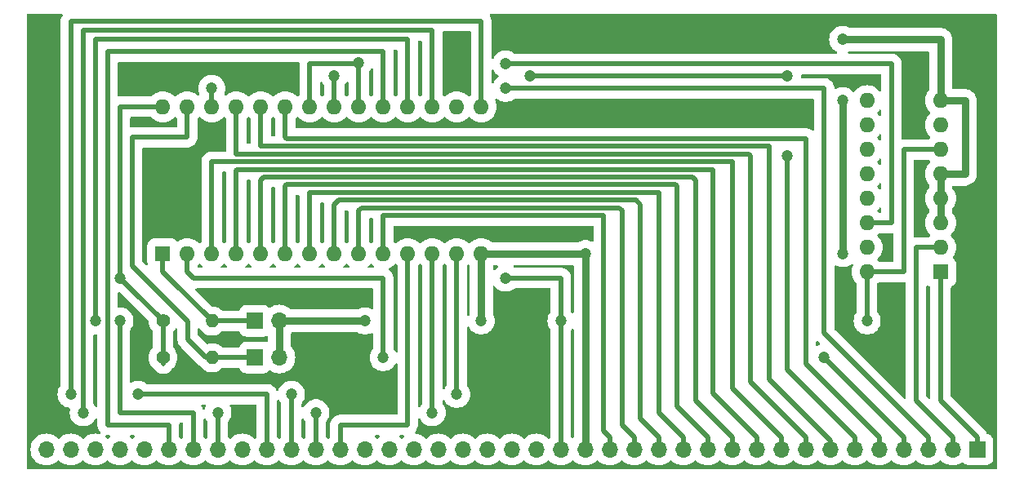
<source format=gbr>
G04 #@! TF.GenerationSoftware,KiCad,Pcbnew,8.0.6*
G04 #@! TF.CreationDate,2025-01-04T09:49:02+01:00*
G04 #@! TF.ProjectId,rc6502-rom,72633635-3032-42d7-926f-6d2e6b696361,rev?*
G04 #@! TF.SameCoordinates,PXa41cf08PY6049a88*
G04 #@! TF.FileFunction,Copper,L2,Bot*
G04 #@! TF.FilePolarity,Positive*
%FSLAX46Y46*%
G04 Gerber Fmt 4.6, Leading zero omitted, Abs format (unit mm)*
G04 Created by KiCad (PCBNEW 8.0.6) date 2025-01-04 09:49:02*
%MOMM*%
%LPD*%
G01*
G04 APERTURE LIST*
G04 #@! TA.AperFunction,ComponentPad*
%ADD10R,1.700000X1.700000*%
G04 #@! TD*
G04 #@! TA.AperFunction,ComponentPad*
%ADD11O,1.700000X1.700000*%
G04 #@! TD*
G04 #@! TA.AperFunction,ComponentPad*
%ADD12R,1.600000X1.600000*%
G04 #@! TD*
G04 #@! TA.AperFunction,ComponentPad*
%ADD13O,1.600000X1.600000*%
G04 #@! TD*
G04 #@! TA.AperFunction,ComponentPad*
%ADD14C,1.400000*%
G04 #@! TD*
G04 #@! TA.AperFunction,ComponentPad*
%ADD15O,1.400000X1.400000*%
G04 #@! TD*
G04 #@! TA.AperFunction,ViaPad*
%ADD16C,1.200000*%
G04 #@! TD*
G04 #@! TA.AperFunction,Conductor*
%ADD17C,0.500000*%
G04 #@! TD*
G04 #@! TA.AperFunction,Conductor*
%ADD18C,0.800000*%
G04 #@! TD*
G04 APERTURE END LIST*
D10*
G04 #@! TO.P,J3,1,Pin_1*
G04 #@! TO.N,Net-(J3-Pin_1)*
X-77450000Y-36170000D03*
D11*
G04 #@! TO.P,J3,2,Pin_2*
G04 #@! TO.N,GND*
X-74910000Y-36170000D03*
G04 #@! TD*
D12*
G04 #@! TO.P,U2,1,A0*
G04 #@! TO.N,/A15*
X-6360000Y-27305000D03*
D13*
G04 #@! TO.P,U2,2,A1*
G04 #@! TO.N,/A14*
X-6360000Y-24765000D03*
G04 #@! TO.P,U2,3,A2*
G04 #@! TO.N,GND*
X-6360000Y-22225000D03*
G04 #@! TO.P,U2,4,E1*
X-6360000Y-19685000D03*
G04 #@! TO.P,U2,5,E2*
X-6360000Y-17145000D03*
G04 #@! TO.P,U2,6,E3*
G04 #@! TO.N,VCC*
X-6360000Y-14605000D03*
G04 #@! TO.P,U2,7,O7*
G04 #@! TO.N,unconnected-(U2-O7-Pad7)*
X-6360000Y-12065000D03*
G04 #@! TO.P,U2,8,GND*
G04 #@! TO.N,GND*
X-6360000Y-9525000D03*
G04 #@! TO.P,U2,9,O6*
G04 #@! TO.N,unconnected-(U2-O6-Pad9)*
X-13980000Y-9525000D03*
G04 #@! TO.P,U2,10,O5*
G04 #@! TO.N,unconnected-(U2-O5-Pad10)*
X-13980000Y-12065000D03*
G04 #@! TO.P,U2,11,O4*
G04 #@! TO.N,unconnected-(U2-O4-Pad11)*
X-13980000Y-14605000D03*
G04 #@! TO.P,U2,12,O3*
G04 #@! TO.N,unconnected-(U2-O3-Pad12)*
X-13980000Y-17145000D03*
G04 #@! TO.P,U2,13,O2*
G04 #@! TO.N,unconnected-(U2-O2-Pad13)*
X-13980000Y-19685000D03*
G04 #@! TO.P,U2,14,O1*
G04 #@! TO.N,Net-(U1-~{CE})*
X-13980000Y-22225000D03*
G04 #@! TO.P,U2,15,O0*
G04 #@! TO.N,unconnected-(U2-O0-Pad15)*
X-13980000Y-24765000D03*
G04 #@! TO.P,U2,16,VCC*
G04 #@! TO.N,VCC*
X-13980000Y-27305000D03*
G04 #@! TD*
D14*
G04 #@! TO.P,R1,1*
G04 #@! TO.N,VCC*
X-86975000Y-36195000D03*
D15*
G04 #@! TO.P,R1,2*
G04 #@! TO.N,Net-(J3-Pin_1)*
X-81895000Y-36195000D03*
G04 #@! TD*
D12*
G04 #@! TO.P,U1,1,A15*
G04 #@! TO.N,Net-(J2-Pin_1)*
X-86995000Y-25400000D03*
D13*
G04 #@! TO.P,U1,2,A12*
G04 #@! TO.N,/A12*
X-84455000Y-25400000D03*
G04 #@! TO.P,U1,3,A7*
G04 #@! TO.N,/A7*
X-81915000Y-25400000D03*
G04 #@! TO.P,U1,4,A6*
G04 #@! TO.N,/A6*
X-79375000Y-25400000D03*
G04 #@! TO.P,U1,5,A5*
G04 #@! TO.N,/A5*
X-76835000Y-25400000D03*
G04 #@! TO.P,U1,6,A4*
G04 #@! TO.N,/A4*
X-74295000Y-25400000D03*
G04 #@! TO.P,U1,7,A3*
G04 #@! TO.N,/A3*
X-71755000Y-25400000D03*
G04 #@! TO.P,U1,8,A2*
G04 #@! TO.N,/A2*
X-69215000Y-25400000D03*
G04 #@! TO.P,U1,9,A1*
G04 #@! TO.N,/A1*
X-66675000Y-25400000D03*
G04 #@! TO.P,U1,10,A0*
G04 #@! TO.N,/A0*
X-64135000Y-25400000D03*
G04 #@! TO.P,U1,11,D0*
G04 #@! TO.N,/D0*
X-61595000Y-25400000D03*
G04 #@! TO.P,U1,12,D1*
G04 #@! TO.N,/D1*
X-59055000Y-25400000D03*
G04 #@! TO.P,U1,13,D2*
G04 #@! TO.N,/D2*
X-56515000Y-25400000D03*
G04 #@! TO.P,U1,14,GND*
G04 #@! TO.N,GND*
X-53975000Y-25400000D03*
G04 #@! TO.P,U1,15,D3*
G04 #@! TO.N,/D3*
X-53975000Y-10160000D03*
G04 #@! TO.P,U1,16,D4*
G04 #@! TO.N,unconnected-(U1-D4-Pad16)*
X-56515000Y-10160000D03*
G04 #@! TO.P,U1,17,D5*
G04 #@! TO.N,/D5*
X-59055000Y-10160000D03*
G04 #@! TO.P,U1,18,D6*
G04 #@! TO.N,/D6*
X-61595000Y-10160000D03*
G04 #@! TO.P,U1,19,D7*
G04 #@! TO.N,/D7*
X-64135000Y-10160000D03*
G04 #@! TO.P,U1,20,~{CE}*
G04 #@! TO.N,Net-(U1-~{CE})*
X-66675000Y-10160000D03*
G04 #@! TO.P,U1,21,A10*
G04 #@! TO.N,/A10*
X-69215000Y-10160000D03*
G04 #@! TO.P,U1,22,~{OE}*
G04 #@! TO.N,Net-(U1-~{CE})*
X-71755000Y-10160000D03*
G04 #@! TO.P,U1,23,A11*
G04 #@! TO.N,/A11*
X-74295000Y-10160000D03*
G04 #@! TO.P,U1,24,A9*
G04 #@! TO.N,/A9*
X-76835000Y-10160000D03*
G04 #@! TO.P,U1,25,A8*
G04 #@! TO.N,/A8*
X-79375000Y-10160000D03*
G04 #@! TO.P,U1,26,A13*
G04 #@! TO.N,/A13*
X-81915000Y-10160000D03*
G04 #@! TO.P,U1,27,A14*
G04 #@! TO.N,Net-(J3-Pin_1)*
X-84455000Y-10160000D03*
G04 #@! TO.P,U1,28,VCC*
G04 #@! TO.N,VCC*
X-86995000Y-10160000D03*
G04 #@! TD*
D10*
G04 #@! TO.P,J1,1,A15*
G04 #@! TO.N,/A15*
X-2540000Y-45720000D03*
D11*
G04 #@! TO.P,J1,2,A14*
G04 #@! TO.N,/A14*
X-5080000Y-45720000D03*
G04 #@! TO.P,J1,3,A13*
G04 #@! TO.N,/A13*
X-7620000Y-45720000D03*
G04 #@! TO.P,J1,4,A12*
G04 #@! TO.N,/A12*
X-10160000Y-45720000D03*
G04 #@! TO.P,J1,5,A11*
G04 #@! TO.N,/A11*
X-12700000Y-45720000D03*
G04 #@! TO.P,J1,6,A10*
G04 #@! TO.N,/A10*
X-15240000Y-45720000D03*
G04 #@! TO.P,J1,7,A9*
G04 #@! TO.N,/A9*
X-17780000Y-45720000D03*
G04 #@! TO.P,J1,8,A8*
G04 #@! TO.N,/A8*
X-20320000Y-45720000D03*
G04 #@! TO.P,J1,9,A7*
G04 #@! TO.N,/A7*
X-22860000Y-45720000D03*
G04 #@! TO.P,J1,10,A6*
G04 #@! TO.N,/A6*
X-25400000Y-45720000D03*
G04 #@! TO.P,J1,11,A5*
G04 #@! TO.N,/A5*
X-27940000Y-45720000D03*
G04 #@! TO.P,J1,12,A4*
G04 #@! TO.N,/A4*
X-30480000Y-45720000D03*
G04 #@! TO.P,J1,13,A3*
G04 #@! TO.N,/A3*
X-33020000Y-45720000D03*
G04 #@! TO.P,J1,14,A2*
G04 #@! TO.N,/A2*
X-35560000Y-45720000D03*
G04 #@! TO.P,J1,15,A1*
G04 #@! TO.N,/A1*
X-38100000Y-45720000D03*
G04 #@! TO.P,J1,16,A0*
G04 #@! TO.N,/A0*
X-40640000Y-45720000D03*
G04 #@! TO.P,J1,17,P17*
G04 #@! TO.N,GND*
X-43180000Y-45720000D03*
G04 #@! TO.P,J1,18,P18*
G04 #@! TO.N,VCC*
X-45720000Y-45720000D03*
G04 #@! TO.P,J1,19,PHI2*
G04 #@! TO.N,unconnected-(J1-PHI2-Pad19)*
X-48260000Y-45720000D03*
G04 #@! TO.P,J1,20,RESET*
G04 #@! TO.N,unconnected-(J1-RESET-Pad20)*
X-50800000Y-45720000D03*
G04 #@! TO.P,J1,21,PHI0*
G04 #@! TO.N,unconnected-(J1-PHI0-Pad21)*
X-53340000Y-45720000D03*
G04 #@! TO.P,J1,22,IRQ*
G04 #@! TO.N,unconnected-(J1-IRQ-Pad22)*
X-55880000Y-45720000D03*
G04 #@! TO.P,J1,23,PHI1*
G04 #@! TO.N,unconnected-(J1-PHI1-Pad23)*
X-58420000Y-45720000D03*
G04 #@! TO.P,J1,24,RW*
G04 #@! TO.N,unconnected-(J1-RW-Pad24)*
X-60960000Y-45720000D03*
G04 #@! TO.P,J1,25,READY*
G04 #@! TO.N,unconnected-(J1-READY-Pad25)*
X-63500000Y-45720000D03*
G04 #@! TO.P,J1,26,SYNC*
G04 #@! TO.N,unconnected-(J1-SYNC-Pad26)*
X-66040000Y-45720000D03*
G04 #@! TO.P,J1,27,D0*
G04 #@! TO.N,/D0*
X-68580000Y-45720000D03*
G04 #@! TO.P,J1,28,D1*
G04 #@! TO.N,/D1*
X-71120000Y-45720000D03*
G04 #@! TO.P,J1,29,D2*
G04 #@! TO.N,/D2*
X-73660000Y-45720000D03*
G04 #@! TO.P,J1,30,D3*
G04 #@! TO.N,/D3*
X-76200000Y-45720000D03*
G04 #@! TO.P,J1,31,D4*
G04 #@! TO.N,unconnected-(J1-D4-Pad31)*
X-78740000Y-45720000D03*
G04 #@! TO.P,J1,32,D5*
G04 #@! TO.N,/D5*
X-81280000Y-45720000D03*
G04 #@! TO.P,J1,33,D6*
G04 #@! TO.N,/D6*
X-83820000Y-45720000D03*
G04 #@! TO.P,J1,34,D7*
G04 #@! TO.N,/D7*
X-86360000Y-45720000D03*
G04 #@! TO.P,J1,35,TX*
G04 #@! TO.N,unconnected-(J1-TX-Pad35)*
X-88900000Y-45720000D03*
G04 #@! TO.P,J1,36,RX*
G04 #@! TO.N,unconnected-(J1-RX-Pad36)*
X-91440000Y-45720000D03*
G04 #@! TO.P,J1,37,NMI*
G04 #@! TO.N,unconnected-(J1-NMI-Pad37)*
X-93980000Y-45720000D03*
G04 #@! TO.P,J1,38,P38*
G04 #@! TO.N,unconnected-(J1-P38-Pad38)*
X-96520000Y-45720000D03*
G04 #@! TO.P,J1,39,P39*
G04 #@! TO.N,unconnected-(J1-P39-Pad39)*
X-99060000Y-45720000D03*
G04 #@! TD*
D10*
G04 #@! TO.P,J2,1,Pin_1*
G04 #@! TO.N,Net-(J2-Pin_1)*
X-77450000Y-32360000D03*
D11*
G04 #@! TO.P,J2,2,Pin_2*
G04 #@! TO.N,GND*
X-74910000Y-32360000D03*
G04 #@! TD*
D14*
G04 #@! TO.P,R2,1*
G04 #@! TO.N,VCC*
X-86975000Y-32385000D03*
D15*
G04 #@! TO.P,R2,2*
G04 #@! TO.N,Net-(J2-Pin_1)*
X-81895000Y-32385000D03*
G04 #@! TD*
D16*
G04 #@! TO.N,/D5*
X-95250000Y-41910000D03*
X-81280000Y-41910000D03*
G04 #@! TO.N,/A13*
X-81915000Y-8255000D03*
X-51435000Y-8255000D03*
G04 #@! TO.N,/A10*
X-48895000Y-6985000D03*
X-22225000Y-6985000D03*
X-69215000Y-6985000D03*
X-22225000Y-15240000D03*
G04 #@! TO.N,VCC*
X-13970000Y-32385000D03*
X-45720000Y-32385000D03*
X-91440000Y-27940000D03*
X-51435000Y-27940000D03*
G04 #@! TO.N,/D6*
X-91440000Y-32385000D03*
X-93980000Y-32385000D03*
X-93980000Y-32385000D03*
G04 #@! TO.N,GND*
X-16510000Y-9525000D03*
X-16510000Y-25400000D03*
X-16510000Y-3175000D03*
X-53975000Y-32385000D03*
X-43180000Y-25400000D03*
X-66040000Y-32385000D03*
G04 #@! TO.N,/D1*
X-59055000Y-41910000D03*
X-71120000Y-41910000D03*
G04 #@! TO.N,/D2*
X-56515000Y-40005000D03*
X-73660000Y-40005000D03*
G04 #@! TO.N,/D3*
X-96520000Y-40005000D03*
X-89535000Y-40005000D03*
G04 #@! TO.N,/A12*
X-18415000Y-36195000D03*
X-64135000Y-36195000D03*
G04 #@! TO.N,Net-(U1-~{CE})*
X-66675000Y-5595000D03*
X-51435000Y-5715000D03*
G04 #@! TD*
D17*
G04 #@! TO.N,/A9*
X-17780000Y-45720000D02*
X-17780000Y-44767500D01*
X-24130000Y-14250000D02*
X-76835000Y-14250000D01*
X-17780000Y-44767500D02*
X-24130000Y-38417500D01*
X-24130000Y-38417500D02*
X-24130000Y-14250000D01*
X-76835000Y-14250000D02*
X-76835000Y-10160000D01*
G04 #@! TO.N,/A11*
X-12700000Y-45720000D02*
X-12700000Y-44450000D01*
X-12700000Y-44450000D02*
X-20320000Y-36830000D01*
X-74180000Y-13450000D02*
X-74295000Y-13335000D01*
X-20320000Y-36830000D02*
X-20320000Y-13450000D01*
X-20320000Y-13450000D02*
X-74180000Y-13450000D01*
X-74295000Y-13335000D02*
X-74295000Y-10160000D01*
G04 #@! TO.N,/A5*
X-76505000Y-17450000D02*
X-32080000Y-17450000D01*
X-76835000Y-17780000D02*
X-76505000Y-17450000D01*
X-76835000Y-25400000D02*
X-76835000Y-17780000D01*
X-27940000Y-44450000D02*
X-27940000Y-45720000D01*
X-31750000Y-17780000D02*
X-31750000Y-40640000D01*
X-31750000Y-40640000D02*
X-27940000Y-44450000D01*
X-32080000Y-17450000D02*
X-31750000Y-17780000D01*
G04 #@! TO.N,/A15*
X-6350000Y-40640000D02*
X-6350000Y-27315000D01*
X-6350000Y-27315000D02*
X-6360000Y-27305000D01*
X-2540000Y-44450000D02*
X-6350000Y-40640000D01*
X-2540000Y-45720000D02*
X-2540000Y-44450000D01*
G04 #@! TO.N,/D5*
X-59055000Y-2235000D02*
X-59055000Y-10160000D01*
X-81280000Y-45720000D02*
X-81280000Y-41910000D01*
X-95250000Y-41910000D02*
X-95250000Y-2235000D01*
X-95250000Y-2235000D02*
X-59055000Y-2235000D01*
G04 #@! TO.N,/A13*
X-18415000Y-8255000D02*
X-18415000Y-33655000D01*
X-81915000Y-10160000D02*
X-81915000Y-8255000D01*
X-7620000Y-45720000D02*
X-7620000Y-44450000D01*
X-51435000Y-8255000D02*
X-18415000Y-8255000D01*
X-7620000Y-44450000D02*
X-18415000Y-33655000D01*
G04 #@! TO.N,/D0*
X-68580000Y-43180000D02*
X-61595000Y-43180000D01*
X-68580000Y-45720000D02*
X-68580000Y-43180000D01*
X-61595000Y-43180000D02*
X-61595000Y-25400000D01*
G04 #@! TO.N,/A10*
X-22225000Y-37465000D02*
X-15240000Y-44450000D01*
X-69215000Y-10160000D02*
X-69215000Y-6985000D01*
X-15240000Y-44450000D02*
X-15240000Y-45720000D01*
X-22225000Y-6985000D02*
X-48895000Y-6985000D01*
X-22225000Y-15240000D02*
X-22225000Y-37465000D01*
G04 #@! TO.N,/A1*
X-39370000Y-43180000D02*
X-38100000Y-44450000D01*
X-66675000Y-25400000D02*
X-66675000Y-20955000D01*
X-66370000Y-20650000D02*
X-39675000Y-20650000D01*
X-39675000Y-20650000D02*
X-39370000Y-20955000D01*
X-38100000Y-44450000D02*
X-38100000Y-45720000D01*
X-66675000Y-20955000D02*
X-66370000Y-20650000D01*
X-39370000Y-20955000D02*
X-39370000Y-43180000D01*
G04 #@! TO.N,/A3*
X-35560000Y-41910000D02*
X-33020000Y-44450000D01*
X-71755000Y-19050000D02*
X-35560000Y-19050000D01*
X-71755000Y-25400000D02*
X-71755000Y-19050000D01*
X-33020000Y-44450000D02*
X-33020000Y-45720000D01*
X-35560000Y-19050000D02*
X-35560000Y-41910000D01*
G04 #@! TO.N,/A8*
X-79375000Y-15050000D02*
X-79375000Y-10160000D01*
X-20320000Y-45720000D02*
X-20320000Y-44450000D01*
X-26035000Y-38735000D02*
X-26035000Y-15240000D01*
X-26035000Y-15240000D02*
X-26225000Y-15050000D01*
X-20320000Y-44450000D02*
X-26035000Y-38735000D01*
X-26225000Y-15050000D02*
X-79375000Y-15050000D01*
G04 #@! TO.N,VCC*
X-91440000Y-10160000D02*
X-86995000Y-10160000D01*
X-10170000Y-27305000D02*
X-10170000Y-14605000D01*
X-51435000Y-27940000D02*
X-45720000Y-27940000D01*
X-86975000Y-32385000D02*
X-86975000Y-36830000D01*
X-10170000Y-14605000D02*
X-6360000Y-14605000D01*
X-45720000Y-27940000D02*
X-45720000Y-45720000D01*
X-91440000Y-27940000D02*
X-91440000Y-10160000D01*
X-91440000Y-27940000D02*
X-90170000Y-29210000D01*
X-90150000Y-29210000D02*
X-86975000Y-32385000D01*
X-13980000Y-27305000D02*
X-10170000Y-27305000D01*
X-13980000Y-32375000D02*
X-13980000Y-27305000D01*
X-90170000Y-29210000D02*
X-90150000Y-29210000D01*
X-13970000Y-32385000D02*
X-13980000Y-32375000D01*
G04 #@! TO.N,/D6*
X-61595000Y-3175000D02*
X-93980000Y-3175000D01*
X-93980000Y-3175000D02*
X-93980000Y-32385000D01*
X-91440000Y-41910000D02*
X-83820000Y-41910000D01*
X-83820000Y-41910000D02*
X-83820000Y-45720000D01*
X-61595000Y-10160000D02*
X-61595000Y-3175000D01*
X-91440000Y-32385000D02*
X-91440000Y-41910000D01*
G04 #@! TO.N,/A6*
X-29985000Y-39865000D02*
X-25400000Y-44450000D01*
X-29985000Y-16650000D02*
X-29985000Y-39865000D01*
X-79235000Y-16650000D02*
X-29985000Y-16650000D01*
X-79375000Y-16790000D02*
X-79235000Y-16650000D01*
X-79375000Y-25400000D02*
X-79375000Y-16790000D01*
X-25400000Y-44450000D02*
X-25400000Y-45720000D01*
D18*
G04 #@! TO.N,GND*
X-74910000Y-36170000D02*
X-74910000Y-32360000D01*
X-3820000Y-17135000D02*
X-3810000Y-17145000D01*
X-66040000Y-32385000D02*
X-66065000Y-32360000D01*
X-6360000Y-19685000D02*
X-6360000Y-22225000D01*
X-3810000Y-17145000D02*
X-6360000Y-17145000D01*
X-53975000Y-25400000D02*
X-53975000Y-32385000D01*
X-6360000Y-17145000D02*
X-6360000Y-19685000D01*
X-16510000Y-25400000D02*
X-16510000Y-9525000D01*
X-6360000Y-9525000D02*
X-3820000Y-9525000D01*
X-66065000Y-32360000D02*
X-74910000Y-32360000D01*
X-53975000Y-25400000D02*
X-43180000Y-25400000D01*
X-6360000Y-3185000D02*
X-6350000Y-3175000D01*
X-6360000Y-9525000D02*
X-6360000Y-3185000D01*
X-43180000Y-25400000D02*
X-43180000Y-45720000D01*
X-6350000Y-3175000D02*
X-16510000Y-3175000D01*
X-3820000Y-9525000D02*
X-3820000Y-17135000D01*
D17*
G04 #@! TO.N,/D1*
X-71120000Y-41910000D02*
X-71120000Y-45720000D01*
X-59055000Y-25400000D02*
X-59055000Y-41910000D01*
G04 #@! TO.N,/A4*
X-74130000Y-18250000D02*
X-33820000Y-18250000D01*
X-33655000Y-18415000D02*
X-33655000Y-41275000D01*
X-33655000Y-41275000D02*
X-30480000Y-44450000D01*
X-33820000Y-18250000D02*
X-33655000Y-18415000D01*
X-74295000Y-25400000D02*
X-74295000Y-18415000D01*
X-30480000Y-44450000D02*
X-30480000Y-45720000D01*
X-74295000Y-18415000D02*
X-74130000Y-18250000D01*
G04 #@! TO.N,/A2*
X-69215000Y-25400000D02*
X-69215000Y-20320000D01*
X-68745000Y-19850000D02*
X-37935000Y-19850000D01*
X-69215000Y-20320000D02*
X-68745000Y-19850000D01*
X-37935000Y-19850000D02*
X-37465000Y-20320000D01*
X-37465000Y-20320000D02*
X-37465000Y-42545000D01*
X-35560000Y-44450000D02*
X-35560000Y-45720000D01*
X-37465000Y-42545000D02*
X-35560000Y-44450000D01*
G04 #@! TO.N,/D2*
X-73660000Y-45720000D02*
X-73660000Y-40005000D01*
X-56515000Y-40005000D02*
X-56515000Y-25400000D01*
G04 #@! TO.N,/A14*
X-8900000Y-40630000D02*
X-5080000Y-44450000D01*
X-6360000Y-24765000D02*
X-8900000Y-24765000D01*
X-5080000Y-44450000D02*
X-5080000Y-45720000D01*
X-8900000Y-24765000D02*
X-8900000Y-40630000D01*
G04 #@! TO.N,/A7*
X-81890000Y-15850000D02*
X-81915000Y-15875000D01*
X-22860000Y-44450000D02*
X-27940000Y-39370000D01*
X-22860000Y-45720000D02*
X-22860000Y-44450000D01*
X-27940000Y-15875000D02*
X-27965000Y-15850000D01*
X-27940000Y-39370000D02*
X-27940000Y-15875000D01*
X-27965000Y-15850000D02*
X-81890000Y-15850000D01*
X-81915000Y-15875000D02*
X-81915000Y-25400000D01*
G04 #@! TO.N,/A0*
X-41275000Y-21450000D02*
X-41275000Y-43815000D01*
X-41275000Y-43815000D02*
X-40640000Y-44450000D01*
X-40640000Y-44450000D02*
X-40640000Y-45720000D01*
X-64135000Y-21450000D02*
X-41275000Y-21450000D01*
X-64135000Y-25400000D02*
X-64135000Y-21450000D01*
G04 #@! TO.N,/D3*
X-96520000Y-40005000D02*
X-96520000Y-1270000D01*
X-76200000Y-40005000D02*
X-89535000Y-40005000D01*
X-53975000Y-1270000D02*
X-53975000Y-10160000D01*
X-96520000Y-1270000D02*
X-53975000Y-1270000D01*
X-76200000Y-45720000D02*
X-76200000Y-40005000D01*
G04 #@! TO.N,/D7*
X-64135000Y-10160000D02*
X-64135000Y-4445000D01*
X-92710000Y-4445000D02*
X-92710000Y-43180000D01*
X-86360000Y-43180000D02*
X-86360000Y-45720000D01*
X-64135000Y-4445000D02*
X-92710000Y-4445000D01*
X-92710000Y-43180000D02*
X-86360000Y-43180000D01*
G04 #@! TO.N,/A12*
X-64135000Y-27940000D02*
X-64135000Y-36195000D01*
X-84455000Y-25400000D02*
X-84455000Y-27305000D01*
X-84455000Y-27305000D02*
X-83820000Y-27940000D01*
X-10160000Y-44450000D02*
X-18415000Y-36195000D01*
X-83820000Y-27940000D02*
X-64135000Y-27940000D01*
X-10160000Y-45720000D02*
X-10160000Y-44450000D01*
G04 #@! TO.N,Net-(J2-Pin_1)*
X-81895000Y-32385000D02*
X-77475000Y-32385000D01*
X-86995000Y-27305000D02*
X-86360000Y-27940000D01*
X-77475000Y-32385000D02*
X-77450000Y-32360000D01*
X-86340000Y-27940000D02*
X-81895000Y-32385000D01*
X-86995000Y-25400000D02*
X-86995000Y-27305000D01*
X-86360000Y-27940000D02*
X-86340000Y-27940000D01*
G04 #@! TO.N,Net-(J3-Pin_1)*
X-90170000Y-13335000D02*
X-90170000Y-26670000D01*
X-84455000Y-10160000D02*
X-84455000Y-13335000D01*
X-90170000Y-26670000D02*
X-84435000Y-32405000D01*
X-82530000Y-36195000D02*
X-77475000Y-36195000D01*
X-84435000Y-32405000D02*
X-84435000Y-34290000D01*
X-84455000Y-13335000D02*
X-90170000Y-13335000D01*
X-84435000Y-34290000D02*
X-82530000Y-36195000D01*
X-77475000Y-36195000D02*
X-77450000Y-36170000D01*
G04 #@! TO.N,Net-(U1-~{CE})*
X-66675000Y-10160000D02*
X-66675000Y-5595000D01*
X-66795000Y-5715000D02*
X-66675000Y-5595000D01*
X-51435000Y-5715000D02*
X-11440000Y-5715000D01*
X-11440000Y-5715000D02*
X-11440000Y-22225000D01*
X-71755000Y-5715000D02*
X-66795000Y-5715000D01*
X-71755000Y-10160000D02*
X-71755000Y-5715000D01*
X-11440000Y-22225000D02*
X-13980000Y-22225000D01*
G04 #@! TD*
G04 #@! TA.AperFunction,NonConductor*
G36*
X-52719297Y-6303424D02*
G01*
X-52686944Y-6347328D01*
X-52670926Y-6383846D01*
X-52543984Y-6578147D01*
X-52543981Y-6578151D01*
X-52543979Y-6578153D01*
X-52386784Y-6748913D01*
X-52386781Y-6748915D01*
X-52386778Y-6748918D01*
X-52209182Y-6887147D01*
X-52168369Y-6943857D01*
X-52164694Y-7013630D01*
X-52199326Y-7074313D01*
X-52209182Y-7082853D01*
X-52386778Y-7221081D01*
X-52386781Y-7221084D01*
X-52543984Y-7391852D01*
X-52670925Y-7586151D01*
X-52686944Y-7622672D01*
X-52731900Y-7676158D01*
X-52798636Y-7696848D01*
X-52865964Y-7678173D01*
X-52912507Y-7626063D01*
X-52924500Y-7572862D01*
X-52924500Y-6397137D01*
X-52904815Y-6330098D01*
X-52852011Y-6284343D01*
X-52782853Y-6274399D01*
X-52719297Y-6303424D01*
G37*
G04 #@! TD.AperFunction*
G04 #@! TA.AperFunction,NonConductor*
G36*
X-12547461Y-6785185D02*
G01*
X-12501706Y-6837989D01*
X-12490500Y-6889500D01*
X-12490500Y-8468463D01*
X-12510185Y-8535502D01*
X-12562989Y-8581257D01*
X-12632147Y-8591201D01*
X-12695703Y-8562176D01*
X-12708790Y-8548995D01*
X-12752139Y-8498240D01*
X-12844776Y-8389776D01*
X-13002578Y-8255000D01*
X-13036344Y-8226161D01*
X-13036347Y-8226160D01*
X-13251141Y-8094533D01*
X-13483890Y-7998126D01*
X-13728849Y-7939317D01*
X-13980000Y-7919551D01*
X-14231152Y-7939317D01*
X-14476111Y-7998126D01*
X-14708860Y-8094533D01*
X-14923654Y-8226160D01*
X-14923657Y-8226161D01*
X-15066937Y-8348535D01*
X-15115224Y-8389776D01*
X-15262467Y-8562176D01*
X-15282000Y-8585046D01*
X-15283675Y-8583615D01*
X-15331765Y-8620691D01*
X-15401379Y-8626664D01*
X-15463171Y-8594052D01*
X-15467972Y-8589119D01*
X-15471721Y-8585046D01*
X-15558216Y-8491087D01*
X-15558221Y-8491083D01*
X-15558223Y-8491081D01*
X-15741366Y-8348535D01*
X-15741372Y-8348531D01*
X-15945496Y-8238064D01*
X-15945505Y-8238061D01*
X-16165016Y-8162702D01*
X-16336718Y-8134050D01*
X-16393951Y-8124500D01*
X-16626049Y-8124500D01*
X-16671836Y-8132140D01*
X-16854985Y-8162702D01*
X-17074496Y-8238061D01*
X-17074510Y-8238067D01*
X-17181483Y-8295958D01*
X-17249811Y-8310553D01*
X-17315183Y-8285890D01*
X-17356844Y-8229799D01*
X-17364500Y-8186903D01*
X-17364500Y-8151534D01*
X-17364501Y-8151530D01*
X-17375838Y-8094533D01*
X-17404870Y-7948580D01*
X-17484059Y-7757402D01*
X-17599023Y-7585345D01*
X-17599025Y-7585342D01*
X-17745343Y-7439024D01*
X-17831374Y-7381541D01*
X-17917402Y-7324059D01*
X-18108580Y-7244870D01*
X-18108588Y-7244868D01*
X-18311531Y-7204500D01*
X-18311535Y-7204500D01*
X-20703188Y-7204500D01*
X-20770227Y-7184815D01*
X-20815982Y-7132011D01*
X-20826765Y-7070261D01*
X-20819700Y-6985000D01*
X-20826765Y-6899738D01*
X-20812683Y-6831303D01*
X-20763838Y-6781344D01*
X-20703188Y-6765500D01*
X-12614500Y-6765500D01*
X-12547461Y-6785185D01*
G37*
G04 #@! TD.AperFunction*
G04 #@! TA.AperFunction,NonConductor*
G36*
X-55082461Y-2340185D02*
G01*
X-55036706Y-2392989D01*
X-55025500Y-2444500D01*
X-55025500Y-8895249D01*
X-55045185Y-8962288D01*
X-55068968Y-8989539D01*
X-55110218Y-9024770D01*
X-55110224Y-9024776D01*
X-55150710Y-9072179D01*
X-55209217Y-9110372D01*
X-55279085Y-9110870D01*
X-55338131Y-9073516D01*
X-55339290Y-9072179D01*
X-55360081Y-9047836D01*
X-55379776Y-9024776D01*
X-55530787Y-8895800D01*
X-55571344Y-8861161D01*
X-55571347Y-8861160D01*
X-55786141Y-8729533D01*
X-56018890Y-8633126D01*
X-56263849Y-8574317D01*
X-56515000Y-8554551D01*
X-56766152Y-8574317D01*
X-57011111Y-8633126D01*
X-57243860Y-8729533D01*
X-57458654Y-8861160D01*
X-57458657Y-8861161D01*
X-57650224Y-9024776D01*
X-57690710Y-9072179D01*
X-57749217Y-9110372D01*
X-57819085Y-9110870D01*
X-57878131Y-9073516D01*
X-57879290Y-9072179D01*
X-57900081Y-9047836D01*
X-57919776Y-9024776D01*
X-57960907Y-8989646D01*
X-57961032Y-8989539D01*
X-57999225Y-8931031D01*
X-58004500Y-8895249D01*
X-58004500Y-2444500D01*
X-57984815Y-2377461D01*
X-57932011Y-2331706D01*
X-57880500Y-2320500D01*
X-55149500Y-2320500D01*
X-55082461Y-2340185D01*
G37*
G04 #@! TD.AperFunction*
G04 #@! TA.AperFunction,NonConductor*
G36*
X-60162461Y-3305185D02*
G01*
X-60116706Y-3357989D01*
X-60105500Y-3409500D01*
X-60105500Y-8895249D01*
X-60125185Y-8962288D01*
X-60148968Y-8989539D01*
X-60190218Y-9024770D01*
X-60190224Y-9024776D01*
X-60230710Y-9072179D01*
X-60289217Y-9110372D01*
X-60359085Y-9110870D01*
X-60418131Y-9073516D01*
X-60419290Y-9072179D01*
X-60440081Y-9047836D01*
X-60459776Y-9024776D01*
X-60500907Y-8989646D01*
X-60501032Y-8989539D01*
X-60539225Y-8931031D01*
X-60544500Y-8895249D01*
X-60544500Y-3409500D01*
X-60524815Y-3342461D01*
X-60472011Y-3296706D01*
X-60420500Y-3285500D01*
X-60229500Y-3285500D01*
X-60162461Y-3305185D01*
G37*
G04 #@! TD.AperFunction*
G04 #@! TA.AperFunction,NonConductor*
G36*
X-62702461Y-4245185D02*
G01*
X-62656706Y-4297989D01*
X-62645500Y-4349500D01*
X-62645500Y-8895249D01*
X-62665185Y-8962288D01*
X-62688968Y-8989539D01*
X-62730218Y-9024770D01*
X-62730224Y-9024776D01*
X-62770710Y-9072179D01*
X-62829217Y-9110372D01*
X-62899085Y-9110870D01*
X-62958131Y-9073516D01*
X-62959290Y-9072179D01*
X-62980081Y-9047836D01*
X-62999776Y-9024776D01*
X-63040907Y-8989646D01*
X-63041032Y-8989539D01*
X-63079225Y-8931031D01*
X-63084500Y-8895249D01*
X-63084500Y-4349500D01*
X-63064815Y-4282461D01*
X-63012011Y-4236706D01*
X-62960500Y-4225500D01*
X-62769500Y-4225500D01*
X-62702461Y-4245185D01*
G37*
G04 #@! TD.AperFunction*
G04 #@! TA.AperFunction,NonConductor*
G36*
X-65244037Y-6171825D02*
G01*
X-65197493Y-6223935D01*
X-65185500Y-6277137D01*
X-65185500Y-8895249D01*
X-65205185Y-8962288D01*
X-65228968Y-8989539D01*
X-65270218Y-9024770D01*
X-65270224Y-9024776D01*
X-65310710Y-9072179D01*
X-65369217Y-9110372D01*
X-65439085Y-9110870D01*
X-65498131Y-9073516D01*
X-65499290Y-9072179D01*
X-65520081Y-9047836D01*
X-65539776Y-9024776D01*
X-65580907Y-8989646D01*
X-65581032Y-8989539D01*
X-65619225Y-8931031D01*
X-65624500Y-8895249D01*
X-65624500Y-6570063D01*
X-65604815Y-6503024D01*
X-65591730Y-6486080D01*
X-65566021Y-6458153D01*
X-65439076Y-6263849D01*
X-65423056Y-6227328D01*
X-65378101Y-6173841D01*
X-65311365Y-6153151D01*
X-65244037Y-6171825D01*
G37*
G04 #@! TD.AperFunction*
G04 #@! TA.AperFunction,NonConductor*
G36*
X-67784037Y-7561825D02*
G01*
X-67737493Y-7613935D01*
X-67725500Y-7667137D01*
X-67725500Y-8895249D01*
X-67745185Y-8962288D01*
X-67768968Y-8989539D01*
X-67810218Y-9024770D01*
X-67810224Y-9024776D01*
X-67850710Y-9072179D01*
X-67909217Y-9110372D01*
X-67979085Y-9110870D01*
X-68038131Y-9073516D01*
X-68039290Y-9072179D01*
X-68060081Y-9047836D01*
X-68079776Y-9024776D01*
X-68120907Y-8989646D01*
X-68121032Y-8989539D01*
X-68159225Y-8931031D01*
X-68164500Y-8895249D01*
X-68164500Y-7960063D01*
X-68144815Y-7893024D01*
X-68131730Y-7876080D01*
X-68106021Y-7848153D01*
X-67979076Y-7653849D01*
X-67963056Y-7617328D01*
X-67918101Y-7563841D01*
X-67851365Y-7543151D01*
X-67784037Y-7561825D01*
G37*
G04 #@! TD.AperFunction*
G04 #@! TA.AperFunction,NonConductor*
G36*
X-70499297Y-7573424D02*
G01*
X-70466944Y-7617328D01*
X-70450926Y-7653846D01*
X-70323982Y-7848150D01*
X-70298270Y-7876080D01*
X-70267348Y-7938734D01*
X-70265500Y-7960063D01*
X-70265500Y-8895249D01*
X-70285185Y-8962288D01*
X-70308968Y-8989539D01*
X-70350218Y-9024770D01*
X-70350224Y-9024776D01*
X-70390710Y-9072179D01*
X-70449217Y-9110372D01*
X-70519085Y-9110870D01*
X-70578131Y-9073516D01*
X-70579290Y-9072179D01*
X-70600081Y-9047836D01*
X-70619776Y-9024776D01*
X-70660907Y-8989646D01*
X-70661032Y-8989539D01*
X-70699225Y-8931031D01*
X-70704500Y-8895249D01*
X-70704500Y-7667137D01*
X-70684815Y-7600098D01*
X-70632011Y-7554343D01*
X-70562853Y-7544399D01*
X-70499297Y-7573424D01*
G37*
G04 #@! TD.AperFunction*
G04 #@! TA.AperFunction,NonConductor*
G36*
X-72862461Y-5515185D02*
G01*
X-72816706Y-5567989D01*
X-72805500Y-5619500D01*
X-72805500Y-8895249D01*
X-72825185Y-8962288D01*
X-72848968Y-8989539D01*
X-72890218Y-9024770D01*
X-72890224Y-9024776D01*
X-72930710Y-9072179D01*
X-72989217Y-9110372D01*
X-73059085Y-9110870D01*
X-73118131Y-9073516D01*
X-73119290Y-9072179D01*
X-73140081Y-9047836D01*
X-73159776Y-9024776D01*
X-73310787Y-8895800D01*
X-73351344Y-8861161D01*
X-73351347Y-8861160D01*
X-73566141Y-8729533D01*
X-73798890Y-8633126D01*
X-74043849Y-8574317D01*
X-74295000Y-8554551D01*
X-74546152Y-8574317D01*
X-74791111Y-8633126D01*
X-75023860Y-8729533D01*
X-75238654Y-8861160D01*
X-75238657Y-8861161D01*
X-75430224Y-9024776D01*
X-75470710Y-9072179D01*
X-75529217Y-9110372D01*
X-75599085Y-9110870D01*
X-75658131Y-9073516D01*
X-75659290Y-9072179D01*
X-75680081Y-9047836D01*
X-75699776Y-9024776D01*
X-75850787Y-8895800D01*
X-75891344Y-8861161D01*
X-75891347Y-8861160D01*
X-76106141Y-8729533D01*
X-76338890Y-8633126D01*
X-76583849Y-8574317D01*
X-76835000Y-8554551D01*
X-77086152Y-8574317D01*
X-77331111Y-8633126D01*
X-77563860Y-8729533D01*
X-77778654Y-8861160D01*
X-77778657Y-8861161D01*
X-77970224Y-9024776D01*
X-78010710Y-9072179D01*
X-78069217Y-9110372D01*
X-78139085Y-9110870D01*
X-78198131Y-9073516D01*
X-78199290Y-9072179D01*
X-78220081Y-9047836D01*
X-78239776Y-9024776D01*
X-78390787Y-8895800D01*
X-78431344Y-8861161D01*
X-78431347Y-8861160D01*
X-78646141Y-8729533D01*
X-78878890Y-8633126D01*
X-79123849Y-8574317D01*
X-79375000Y-8554551D01*
X-79626152Y-8574317D01*
X-79871111Y-8633126D01*
X-80103860Y-8729533D01*
X-80318654Y-8861160D01*
X-80318656Y-8861161D01*
X-80439589Y-8964448D01*
X-80503350Y-8993018D01*
X-80572436Y-8982581D01*
X-80624912Y-8936450D01*
X-80644117Y-8869271D01*
X-80633676Y-8820347D01*
X-80585843Y-8711300D01*
X-80528866Y-8486305D01*
X-80528865Y-8486297D01*
X-80509700Y-8255006D01*
X-80509700Y-8254993D01*
X-80528865Y-8023702D01*
X-80528867Y-8023691D01*
X-80585843Y-7798699D01*
X-80679076Y-7586151D01*
X-80806017Y-7391852D01*
X-80806020Y-7391849D01*
X-80806021Y-7391847D01*
X-80963216Y-7221087D01*
X-80963221Y-7221083D01*
X-80963223Y-7221081D01*
X-81146366Y-7078535D01*
X-81146372Y-7078531D01*
X-81350496Y-6968064D01*
X-81350505Y-6968061D01*
X-81570016Y-6892702D01*
X-81741718Y-6864050D01*
X-81798951Y-6854500D01*
X-82031049Y-6854500D01*
X-82076836Y-6862140D01*
X-82259985Y-6892702D01*
X-82479496Y-6968061D01*
X-82479505Y-6968064D01*
X-82683629Y-7078531D01*
X-82683635Y-7078535D01*
X-82866778Y-7221081D01*
X-82866781Y-7221084D01*
X-83023984Y-7391852D01*
X-83150925Y-7586151D01*
X-83244158Y-7798699D01*
X-83301134Y-8023691D01*
X-83301136Y-8023702D01*
X-83320300Y-8254993D01*
X-83320300Y-8255006D01*
X-83301136Y-8486297D01*
X-83301134Y-8486308D01*
X-83244158Y-8711300D01*
X-83196325Y-8820347D01*
X-83187422Y-8889647D01*
X-83217399Y-8952759D01*
X-83276739Y-8989646D01*
X-83346600Y-8988596D01*
X-83390411Y-8964448D01*
X-83511341Y-8861164D01*
X-83511343Y-8861162D01*
X-83511345Y-8861161D01*
X-83511347Y-8861160D01*
X-83726141Y-8729533D01*
X-83958890Y-8633126D01*
X-84203849Y-8574317D01*
X-84455000Y-8554551D01*
X-84706152Y-8574317D01*
X-84951111Y-8633126D01*
X-85183860Y-8729533D01*
X-85398654Y-8861160D01*
X-85398657Y-8861161D01*
X-85590224Y-9024776D01*
X-85630710Y-9072179D01*
X-85689217Y-9110372D01*
X-85759085Y-9110870D01*
X-85818131Y-9073516D01*
X-85819290Y-9072179D01*
X-85840081Y-9047836D01*
X-85859776Y-9024776D01*
X-86010787Y-8895800D01*
X-86051344Y-8861161D01*
X-86051347Y-8861160D01*
X-86266141Y-8729533D01*
X-86498890Y-8633126D01*
X-86743849Y-8574317D01*
X-86995000Y-8554551D01*
X-87246152Y-8574317D01*
X-87491111Y-8633126D01*
X-87723860Y-8729533D01*
X-87938654Y-8861160D01*
X-87938657Y-8861161D01*
X-88130224Y-9024775D01*
X-88133737Y-9028889D01*
X-88165461Y-9066032D01*
X-88223965Y-9104224D01*
X-88259749Y-9109500D01*
X-91535500Y-9109500D01*
X-91602539Y-9089815D01*
X-91648294Y-9037011D01*
X-91659500Y-8985500D01*
X-91659500Y-5619500D01*
X-91639815Y-5552461D01*
X-91587011Y-5506706D01*
X-91535500Y-5495500D01*
X-72929500Y-5495500D01*
X-72862461Y-5515185D01*
G37*
G04 #@! TD.AperFunction*
G04 #@! TA.AperFunction,NonConductor*
G36*
X-12521369Y-10499666D02*
G01*
X-12491891Y-10563013D01*
X-12490500Y-10581536D01*
X-12490500Y-11008463D01*
X-12510185Y-11075502D01*
X-12562989Y-11121257D01*
X-12632147Y-11131201D01*
X-12695703Y-11102176D01*
X-12708790Y-11088995D01*
X-12844776Y-10929776D01*
X-12892181Y-10889289D01*
X-12930373Y-10830784D01*
X-12930872Y-10760916D01*
X-12893518Y-10701870D01*
X-12892244Y-10700764D01*
X-12844776Y-10660224D01*
X-12708790Y-10501005D01*
X-12650284Y-10462811D01*
X-12580416Y-10462312D01*
X-12521369Y-10499666D01*
G37*
G04 #@! TD.AperFunction*
G04 #@! TA.AperFunction,NonConductor*
G36*
X-85631870Y-11246482D02*
G01*
X-85630765Y-11247756D01*
X-85590224Y-11295224D01*
X-85548968Y-11330460D01*
X-85510776Y-11388965D01*
X-85505500Y-11424749D01*
X-85505500Y-12160500D01*
X-85525185Y-12227539D01*
X-85577989Y-12273294D01*
X-85629500Y-12284500D01*
X-90265500Y-12284500D01*
X-90332539Y-12264815D01*
X-90378294Y-12212011D01*
X-90389500Y-12160500D01*
X-90389500Y-11334500D01*
X-90369815Y-11267461D01*
X-90317011Y-11221706D01*
X-90265500Y-11210500D01*
X-88259749Y-11210500D01*
X-88192710Y-11230185D01*
X-88165463Y-11253965D01*
X-88130225Y-11295223D01*
X-88130224Y-11295224D01*
X-87938657Y-11458838D01*
X-87938654Y-11458839D01*
X-87723860Y-11590466D01*
X-87491111Y-11686873D01*
X-87246148Y-11745683D01*
X-86995000Y-11765449D01*
X-86743852Y-11745683D01*
X-86498889Y-11686873D01*
X-86266141Y-11590466D01*
X-86051341Y-11458836D01*
X-85859776Y-11295224D01*
X-85819290Y-11247819D01*
X-85760784Y-11209627D01*
X-85690916Y-11209128D01*
X-85631870Y-11246482D01*
G37*
G04 #@! TD.AperFunction*
G04 #@! TA.AperFunction,NonConductor*
G36*
X-19522461Y-9325185D02*
G01*
X-19476706Y-9377989D01*
X-19465500Y-9429500D01*
X-19465500Y-12525544D01*
X-19485185Y-12592583D01*
X-19537989Y-12638338D01*
X-19607147Y-12648282D01*
X-19658390Y-12628647D01*
X-19759514Y-12561079D01*
X-19822402Y-12519059D01*
X-20013580Y-12439870D01*
X-20013588Y-12439868D01*
X-20216531Y-12399500D01*
X-20216535Y-12399500D01*
X-73120500Y-12399500D01*
X-73187539Y-12379815D01*
X-73233294Y-12327011D01*
X-73244500Y-12275500D01*
X-73244500Y-11424749D01*
X-73224815Y-11357710D01*
X-73201035Y-11330462D01*
X-73159776Y-11295224D01*
X-73119290Y-11247819D01*
X-73060784Y-11209627D01*
X-72990916Y-11209128D01*
X-72931870Y-11246482D01*
X-72930765Y-11247756D01*
X-72890225Y-11295223D01*
X-72890224Y-11295224D01*
X-72698657Y-11458838D01*
X-72698654Y-11458839D01*
X-72483860Y-11590466D01*
X-72251111Y-11686873D01*
X-72006148Y-11745683D01*
X-71755000Y-11765449D01*
X-71503852Y-11745683D01*
X-71258889Y-11686873D01*
X-71026141Y-11590466D01*
X-70811341Y-11458836D01*
X-70619776Y-11295224D01*
X-70579290Y-11247819D01*
X-70520784Y-11209627D01*
X-70450916Y-11209128D01*
X-70391870Y-11246482D01*
X-70390765Y-11247756D01*
X-70350225Y-11295223D01*
X-70350224Y-11295224D01*
X-70158657Y-11458838D01*
X-70158654Y-11458839D01*
X-69943860Y-11590466D01*
X-69711111Y-11686873D01*
X-69466148Y-11745683D01*
X-69215000Y-11765449D01*
X-68963852Y-11745683D01*
X-68718889Y-11686873D01*
X-68486141Y-11590466D01*
X-68271341Y-11458836D01*
X-68079776Y-11295224D01*
X-68039290Y-11247819D01*
X-67980784Y-11209627D01*
X-67910916Y-11209128D01*
X-67851870Y-11246482D01*
X-67850765Y-11247756D01*
X-67810225Y-11295223D01*
X-67810224Y-11295224D01*
X-67618657Y-11458838D01*
X-67618654Y-11458839D01*
X-67403860Y-11590466D01*
X-67171111Y-11686873D01*
X-66926148Y-11745683D01*
X-66675000Y-11765449D01*
X-66423852Y-11745683D01*
X-66178889Y-11686873D01*
X-65946141Y-11590466D01*
X-65731341Y-11458836D01*
X-65539776Y-11295224D01*
X-65499290Y-11247819D01*
X-65440784Y-11209627D01*
X-65370916Y-11209128D01*
X-65311870Y-11246482D01*
X-65310765Y-11247756D01*
X-65270225Y-11295223D01*
X-65270224Y-11295224D01*
X-65078657Y-11458838D01*
X-65078654Y-11458839D01*
X-64863860Y-11590466D01*
X-64631111Y-11686873D01*
X-64386148Y-11745683D01*
X-64135000Y-11765449D01*
X-63883852Y-11745683D01*
X-63638889Y-11686873D01*
X-63406141Y-11590466D01*
X-63191341Y-11458836D01*
X-62999776Y-11295224D01*
X-62959290Y-11247819D01*
X-62900784Y-11209627D01*
X-62830916Y-11209128D01*
X-62771870Y-11246482D01*
X-62770765Y-11247756D01*
X-62730225Y-11295223D01*
X-62730224Y-11295224D01*
X-62538657Y-11458838D01*
X-62538654Y-11458839D01*
X-62323860Y-11590466D01*
X-62091111Y-11686873D01*
X-61846148Y-11745683D01*
X-61595000Y-11765449D01*
X-61343852Y-11745683D01*
X-61098889Y-11686873D01*
X-60866141Y-11590466D01*
X-60651341Y-11458836D01*
X-60459776Y-11295224D01*
X-60419290Y-11247819D01*
X-60360784Y-11209627D01*
X-60290916Y-11209128D01*
X-60231870Y-11246482D01*
X-60230765Y-11247756D01*
X-60190225Y-11295223D01*
X-60190224Y-11295224D01*
X-59998657Y-11458838D01*
X-59998654Y-11458839D01*
X-59783860Y-11590466D01*
X-59551111Y-11686873D01*
X-59306148Y-11745683D01*
X-59055000Y-11765449D01*
X-58803852Y-11745683D01*
X-58558889Y-11686873D01*
X-58326141Y-11590466D01*
X-58111341Y-11458836D01*
X-57919776Y-11295224D01*
X-57879290Y-11247819D01*
X-57820784Y-11209627D01*
X-57750916Y-11209128D01*
X-57691870Y-11246482D01*
X-57690765Y-11247756D01*
X-57650225Y-11295223D01*
X-57650224Y-11295224D01*
X-57458657Y-11458838D01*
X-57458654Y-11458839D01*
X-57243860Y-11590466D01*
X-57011111Y-11686873D01*
X-56766148Y-11745683D01*
X-56515000Y-11765449D01*
X-56263852Y-11745683D01*
X-56018889Y-11686873D01*
X-55786141Y-11590466D01*
X-55571341Y-11458836D01*
X-55379776Y-11295224D01*
X-55339290Y-11247819D01*
X-55280784Y-11209627D01*
X-55210916Y-11209128D01*
X-55151870Y-11246482D01*
X-55150765Y-11247756D01*
X-55110225Y-11295223D01*
X-55110224Y-11295224D01*
X-54918657Y-11458838D01*
X-54918654Y-11458839D01*
X-54703860Y-11590466D01*
X-54471111Y-11686873D01*
X-54226148Y-11745683D01*
X-53975000Y-11765449D01*
X-53723852Y-11745683D01*
X-53478889Y-11686873D01*
X-53246141Y-11590466D01*
X-53031341Y-11458836D01*
X-52839776Y-11295224D01*
X-52676164Y-11103659D01*
X-52544534Y-10888859D01*
X-52448127Y-10656111D01*
X-52389317Y-10411148D01*
X-52369551Y-10160000D01*
X-52389317Y-9908852D01*
X-52448127Y-9663889D01*
X-52526965Y-9473558D01*
X-52534433Y-9404089D01*
X-52503158Y-9341610D01*
X-52443069Y-9305958D01*
X-52373244Y-9308452D01*
X-52336242Y-9328251D01*
X-52203626Y-9431470D01*
X-51999503Y-9541936D01*
X-51885513Y-9581068D01*
X-51779985Y-9617297D01*
X-51779983Y-9617297D01*
X-51779981Y-9617298D01*
X-51551049Y-9655500D01*
X-51551048Y-9655500D01*
X-51318952Y-9655500D01*
X-51318951Y-9655500D01*
X-51090019Y-9617298D01*
X-50870497Y-9541936D01*
X-50666374Y-9431470D01*
X-50663843Y-9429500D01*
X-50538120Y-9331647D01*
X-50473126Y-9306004D01*
X-50461958Y-9305500D01*
X-19589500Y-9305500D01*
X-19522461Y-9325185D01*
G37*
G04 #@! TD.AperFunction*
G04 #@! TA.AperFunction,NonConductor*
G36*
X-75471870Y-11246482D02*
G01*
X-75470765Y-11247756D01*
X-75430224Y-11295224D01*
X-75388968Y-11330460D01*
X-75350776Y-11388965D01*
X-75345500Y-11424749D01*
X-75345500Y-13075500D01*
X-75365185Y-13142539D01*
X-75417989Y-13188294D01*
X-75469500Y-13199500D01*
X-75660500Y-13199500D01*
X-75727539Y-13179815D01*
X-75773294Y-13127011D01*
X-75784500Y-13075500D01*
X-75784500Y-11424749D01*
X-75764815Y-11357710D01*
X-75741035Y-11330462D01*
X-75699776Y-11295224D01*
X-75659290Y-11247819D01*
X-75600784Y-11209627D01*
X-75530916Y-11209128D01*
X-75471870Y-11246482D01*
G37*
G04 #@! TD.AperFunction*
G04 #@! TA.AperFunction,NonConductor*
G36*
X-7617461Y-4395185D02*
G01*
X-7571706Y-4447989D01*
X-7560500Y-4499500D01*
X-7560500Y-8420458D01*
X-7580185Y-8487497D01*
X-7590209Y-8500989D01*
X-7658839Y-8581344D01*
X-7658840Y-8581346D01*
X-7790467Y-8796140D01*
X-7886874Y-9028889D01*
X-7945683Y-9273848D01*
X-7965449Y-9525000D01*
X-7945683Y-9776151D01*
X-7886874Y-10021110D01*
X-7790467Y-10253859D01*
X-7658840Y-10468653D01*
X-7658839Y-10468656D01*
X-7658836Y-10468659D01*
X-7495224Y-10660224D01*
X-7447822Y-10700709D01*
X-7447821Y-10700710D01*
X-7409628Y-10759217D01*
X-7409130Y-10829085D01*
X-7446484Y-10888131D01*
X-7447821Y-10889290D01*
X-7495224Y-10929776D01*
X-7658839Y-11121343D01*
X-7658840Y-11121346D01*
X-7790467Y-11336140D01*
X-7886874Y-11568889D01*
X-7945683Y-11813848D01*
X-7965449Y-12065000D01*
X-7945683Y-12316151D01*
X-7886874Y-12561110D01*
X-7790467Y-12793859D01*
X-7658840Y-13008653D01*
X-7658839Y-13008656D01*
X-7658836Y-13008659D01*
X-7495224Y-13200224D01*
X-7447822Y-13240709D01*
X-7447821Y-13240710D01*
X-7409628Y-13299217D01*
X-7409130Y-13369085D01*
X-7446484Y-13428131D01*
X-7447814Y-13429283D01*
X-7495224Y-13469776D01*
X-7530461Y-13511032D01*
X-7588965Y-13549224D01*
X-7624749Y-13554500D01*
X-10265500Y-13554500D01*
X-10332539Y-13534815D01*
X-10378294Y-13482011D01*
X-10389500Y-13430500D01*
X-10389500Y-5611534D01*
X-10389501Y-5611530D01*
X-10398162Y-5567989D01*
X-10429870Y-5408580D01*
X-10509059Y-5217402D01*
X-10624023Y-5045345D01*
X-10624025Y-5045342D01*
X-10770343Y-4899024D01*
X-10856374Y-4841541D01*
X-10942402Y-4784059D01*
X-11133580Y-4704870D01*
X-11133588Y-4704868D01*
X-11336531Y-4664500D01*
X-11336535Y-4664500D01*
X-15830137Y-4664500D01*
X-15897176Y-4644815D01*
X-15942931Y-4592011D01*
X-15952875Y-4522853D01*
X-15923850Y-4459297D01*
X-15889157Y-4431445D01*
X-15813393Y-4390444D01*
X-15754376Y-4375500D01*
X-7684500Y-4375500D01*
X-7617461Y-4395185D01*
G37*
G04 #@! TD.AperFunction*
G04 #@! TA.AperFunction,NonConductor*
G36*
X-12521369Y-13039666D02*
G01*
X-12491891Y-13103013D01*
X-12490500Y-13121536D01*
X-12490500Y-13548463D01*
X-12510185Y-13615502D01*
X-12562989Y-13661257D01*
X-12632147Y-13671201D01*
X-12695703Y-13642176D01*
X-12708790Y-13628995D01*
X-12844776Y-13469776D01*
X-12844777Y-13469775D01*
X-12892181Y-13429289D01*
X-12930373Y-13370784D01*
X-12930872Y-13300916D01*
X-12893518Y-13241870D01*
X-12892244Y-13240764D01*
X-12844776Y-13200224D01*
X-12708790Y-13041005D01*
X-12650284Y-13002811D01*
X-12580416Y-13002312D01*
X-12521369Y-13039666D01*
G37*
G04 #@! TD.AperFunction*
G04 #@! TA.AperFunction,NonConductor*
G36*
X-78011870Y-11246482D02*
G01*
X-78010765Y-11247756D01*
X-77970224Y-11295224D01*
X-77928968Y-11330460D01*
X-77890776Y-11388965D01*
X-77885500Y-11424749D01*
X-77885500Y-13875500D01*
X-77905185Y-13942539D01*
X-77957989Y-13988294D01*
X-78009500Y-13999500D01*
X-78200500Y-13999500D01*
X-78267539Y-13979815D01*
X-78313294Y-13927011D01*
X-78324500Y-13875500D01*
X-78324500Y-11424749D01*
X-78304815Y-11357710D01*
X-78281035Y-11330462D01*
X-78239776Y-11295224D01*
X-78199290Y-11247819D01*
X-78140784Y-11209627D01*
X-78070916Y-11209128D01*
X-78011870Y-11246482D01*
G37*
G04 #@! TD.AperFunction*
G04 #@! TA.AperFunction,NonConductor*
G36*
X-12521369Y-15579666D02*
G01*
X-12491891Y-15643013D01*
X-12490500Y-15661536D01*
X-12490500Y-16088463D01*
X-12510185Y-16155502D01*
X-12562989Y-16201257D01*
X-12632147Y-16211201D01*
X-12695703Y-16182176D01*
X-12708790Y-16168995D01*
X-12844776Y-16009776D01*
X-12892181Y-15969289D01*
X-12930373Y-15910784D01*
X-12930872Y-15840916D01*
X-12893518Y-15781870D01*
X-12892244Y-15780764D01*
X-12844776Y-15740224D01*
X-12708790Y-15581005D01*
X-12650284Y-15542811D01*
X-12580416Y-15542312D01*
X-12521369Y-15579666D01*
G37*
G04 #@! TD.AperFunction*
G04 #@! TA.AperFunction,NonConductor*
G36*
X-12521369Y-18119666D02*
G01*
X-12491891Y-18183013D01*
X-12490500Y-18201536D01*
X-12490500Y-18628463D01*
X-12510185Y-18695502D01*
X-12562989Y-18741257D01*
X-12632147Y-18751201D01*
X-12695703Y-18722176D01*
X-12708790Y-18708995D01*
X-12844776Y-18549776D01*
X-12879423Y-18520185D01*
X-12892181Y-18509289D01*
X-12930373Y-18450784D01*
X-12930872Y-18380916D01*
X-12893518Y-18321870D01*
X-12892244Y-18320764D01*
X-12844776Y-18280224D01*
X-12708790Y-18121005D01*
X-12650284Y-18082811D01*
X-12580416Y-18082312D01*
X-12521369Y-18119666D01*
G37*
G04 #@! TD.AperFunction*
G04 #@! TA.AperFunction,NonConductor*
G36*
X-12521369Y-20659666D02*
G01*
X-12491891Y-20723013D01*
X-12490500Y-20741536D01*
X-12490500Y-21050500D01*
X-12510185Y-21117539D01*
X-12562989Y-21163294D01*
X-12614500Y-21174500D01*
X-12715251Y-21174500D01*
X-12782290Y-21154815D01*
X-12809538Y-21131034D01*
X-12844776Y-21089776D01*
X-12892181Y-21049289D01*
X-12930373Y-20990784D01*
X-12930872Y-20920916D01*
X-12893518Y-20861870D01*
X-12892244Y-20860764D01*
X-12844776Y-20820224D01*
X-12708790Y-20661005D01*
X-12650284Y-20622811D01*
X-12580416Y-20622312D01*
X-12521369Y-20659666D01*
G37*
G04 #@! TD.AperFunction*
G04 #@! TA.AperFunction,NonConductor*
G36*
X-7557710Y-15675185D02*
G01*
X-7530463Y-15698965D01*
X-7495224Y-15740224D01*
X-7449238Y-15779500D01*
X-7447821Y-15780710D01*
X-7409628Y-15839217D01*
X-7409130Y-15909085D01*
X-7446484Y-15968131D01*
X-7447821Y-15969290D01*
X-7495224Y-16009776D01*
X-7658839Y-16201343D01*
X-7658840Y-16201346D01*
X-7790467Y-16416140D01*
X-7886874Y-16648889D01*
X-7945683Y-16893848D01*
X-7965449Y-17145000D01*
X-7945683Y-17396151D01*
X-7886874Y-17641110D01*
X-7790467Y-17873859D01*
X-7658840Y-18088653D01*
X-7658839Y-18088655D01*
X-7658838Y-18088657D01*
X-7658836Y-18088659D01*
X-7590210Y-18169009D01*
X-7561639Y-18232771D01*
X-7560500Y-18249541D01*
X-7560500Y-18580458D01*
X-7580185Y-18647497D01*
X-7590209Y-18660989D01*
X-7658839Y-18741344D01*
X-7658840Y-18741346D01*
X-7790467Y-18956140D01*
X-7886874Y-19188889D01*
X-7945683Y-19433848D01*
X-7965449Y-19685000D01*
X-7945683Y-19936151D01*
X-7886874Y-20181110D01*
X-7790467Y-20413859D01*
X-7658840Y-20628653D01*
X-7658839Y-20628655D01*
X-7658838Y-20628657D01*
X-7658836Y-20628659D01*
X-7590210Y-20709009D01*
X-7561639Y-20772771D01*
X-7560500Y-20789541D01*
X-7560500Y-21120458D01*
X-7580185Y-21187497D01*
X-7590209Y-21200989D01*
X-7658839Y-21281344D01*
X-7658840Y-21281346D01*
X-7790467Y-21496140D01*
X-7886874Y-21728889D01*
X-7945683Y-21973848D01*
X-7965449Y-22225000D01*
X-7945683Y-22476151D01*
X-7886874Y-22721110D01*
X-7790467Y-22953859D01*
X-7658840Y-23168653D01*
X-7658839Y-23168656D01*
X-7658836Y-23168659D01*
X-7495224Y-23360224D01*
X-7449238Y-23399500D01*
X-7447821Y-23400710D01*
X-7409628Y-23459217D01*
X-7409130Y-23529085D01*
X-7446484Y-23588131D01*
X-7447814Y-23589283D01*
X-7495224Y-23629776D01*
X-7530461Y-23671032D01*
X-7588965Y-23709224D01*
X-7624749Y-23714500D01*
X-8995500Y-23714500D01*
X-9062539Y-23694815D01*
X-9108294Y-23642011D01*
X-9119500Y-23590500D01*
X-9119500Y-15779500D01*
X-9099815Y-15712461D01*
X-9047011Y-15666706D01*
X-8995500Y-15655500D01*
X-7624749Y-15655500D01*
X-7557710Y-15675185D01*
G37*
G04 #@! TD.AperFunction*
G04 #@! TA.AperFunction,NonConductor*
G36*
X-42382461Y-22520185D02*
G01*
X-42336706Y-22572989D01*
X-42325500Y-22624500D01*
X-42325500Y-24061903D01*
X-42345185Y-24128942D01*
X-42397989Y-24174697D01*
X-42467147Y-24184641D01*
X-42508517Y-24170958D01*
X-42615491Y-24113067D01*
X-42615494Y-24113066D01*
X-42615497Y-24113064D01*
X-42615503Y-24113062D01*
X-42615505Y-24113061D01*
X-42835016Y-24037702D01*
X-43006718Y-24009050D01*
X-43063951Y-23999500D01*
X-43296049Y-23999500D01*
X-43341836Y-24007140D01*
X-43524985Y-24037702D01*
X-43744496Y-24113061D01*
X-43744505Y-24113064D01*
X-43832175Y-24160509D01*
X-43876608Y-24184555D01*
X-43935624Y-24199500D01*
X-52870459Y-24199500D01*
X-52937498Y-24179815D01*
X-52950984Y-24169795D01*
X-53031341Y-24101164D01*
X-53031343Y-24101162D01*
X-53031345Y-24101161D01*
X-53031347Y-24101160D01*
X-53246141Y-23969533D01*
X-53478890Y-23873126D01*
X-53723849Y-23814317D01*
X-53975000Y-23794551D01*
X-54226152Y-23814317D01*
X-54471111Y-23873126D01*
X-54703860Y-23969533D01*
X-54918654Y-24101160D01*
X-54918657Y-24101161D01*
X-55110224Y-24264776D01*
X-55150710Y-24312179D01*
X-55209217Y-24350372D01*
X-55279085Y-24350870D01*
X-55338131Y-24313516D01*
X-55339290Y-24312179D01*
X-55379776Y-24264776D01*
X-55506429Y-24156604D01*
X-55571344Y-24101161D01*
X-55571347Y-24101160D01*
X-55786141Y-23969533D01*
X-56018890Y-23873126D01*
X-56263849Y-23814317D01*
X-56515000Y-23794551D01*
X-56766152Y-23814317D01*
X-57011111Y-23873126D01*
X-57243860Y-23969533D01*
X-57458654Y-24101160D01*
X-57458657Y-24101161D01*
X-57650224Y-24264776D01*
X-57690710Y-24312179D01*
X-57749217Y-24350372D01*
X-57819085Y-24350870D01*
X-57878131Y-24313516D01*
X-57879290Y-24312179D01*
X-57919776Y-24264776D01*
X-58046429Y-24156604D01*
X-58111344Y-24101161D01*
X-58111347Y-24101160D01*
X-58326141Y-23969533D01*
X-58558890Y-23873126D01*
X-58803849Y-23814317D01*
X-59055000Y-23794551D01*
X-59306152Y-23814317D01*
X-59551111Y-23873126D01*
X-59783860Y-23969533D01*
X-59998654Y-24101160D01*
X-59998657Y-24101161D01*
X-60190224Y-24264776D01*
X-60230710Y-24312179D01*
X-60289217Y-24350372D01*
X-60359085Y-24350870D01*
X-60418131Y-24313516D01*
X-60419290Y-24312179D01*
X-60459776Y-24264776D01*
X-60586429Y-24156604D01*
X-60651344Y-24101161D01*
X-60651347Y-24101160D01*
X-60866141Y-23969533D01*
X-61098890Y-23873126D01*
X-61343849Y-23814317D01*
X-61595000Y-23794551D01*
X-61846152Y-23814317D01*
X-62091111Y-23873126D01*
X-62323860Y-23969533D01*
X-62538654Y-24101160D01*
X-62538657Y-24101161D01*
X-62730224Y-24264776D01*
X-62770710Y-24312179D01*
X-62829217Y-24350372D01*
X-62899085Y-24350870D01*
X-62958131Y-24313516D01*
X-62959290Y-24312179D01*
X-62999776Y-24264776D01*
X-62999783Y-24264770D01*
X-63041032Y-24229539D01*
X-63079225Y-24171031D01*
X-63084500Y-24135249D01*
X-63084500Y-22624500D01*
X-63064815Y-22557461D01*
X-63012011Y-22511706D01*
X-62960500Y-22500500D01*
X-42449500Y-22500500D01*
X-42382461Y-22520185D01*
G37*
G04 #@! TD.AperFunction*
G04 #@! TA.AperFunction,NonConductor*
G36*
X-65242461Y-21720185D02*
G01*
X-65196706Y-21772989D01*
X-65185500Y-21824500D01*
X-65185500Y-24135249D01*
X-65205185Y-24202288D01*
X-65228968Y-24229539D01*
X-65270218Y-24264770D01*
X-65270224Y-24264776D01*
X-65310710Y-24312179D01*
X-65369217Y-24350372D01*
X-65439085Y-24350870D01*
X-65498131Y-24313516D01*
X-65499290Y-24312179D01*
X-65539776Y-24264776D01*
X-65539783Y-24264770D01*
X-65581032Y-24229539D01*
X-65619225Y-24171031D01*
X-65624500Y-24135249D01*
X-65624500Y-21824500D01*
X-65604815Y-21757461D01*
X-65552011Y-21711706D01*
X-65500500Y-21700500D01*
X-65309500Y-21700500D01*
X-65242461Y-21720185D01*
G37*
G04 #@! TD.AperFunction*
G04 #@! TA.AperFunction,NonConductor*
G36*
X-67782461Y-20920185D02*
G01*
X-67736706Y-20972989D01*
X-67725500Y-21024500D01*
X-67725500Y-24135249D01*
X-67745185Y-24202288D01*
X-67768968Y-24229539D01*
X-67810218Y-24264770D01*
X-67810224Y-24264776D01*
X-67850710Y-24312179D01*
X-67909217Y-24350372D01*
X-67979085Y-24350870D01*
X-68038131Y-24313516D01*
X-68039290Y-24312179D01*
X-68079776Y-24264776D01*
X-68079783Y-24264770D01*
X-68121032Y-24229539D01*
X-68159225Y-24171031D01*
X-68164500Y-24135249D01*
X-68164500Y-21024500D01*
X-68144815Y-20957461D01*
X-68092011Y-20911706D01*
X-68040500Y-20900500D01*
X-67849500Y-20900500D01*
X-67782461Y-20920185D01*
G37*
G04 #@! TD.AperFunction*
G04 #@! TA.AperFunction,NonConductor*
G36*
X-70322461Y-20120185D02*
G01*
X-70276706Y-20172989D01*
X-70265500Y-20224500D01*
X-70265500Y-24135249D01*
X-70285185Y-24202288D01*
X-70308968Y-24229539D01*
X-70350218Y-24264770D01*
X-70350224Y-24264776D01*
X-70390710Y-24312179D01*
X-70449217Y-24350372D01*
X-70519085Y-24350870D01*
X-70578131Y-24313516D01*
X-70579290Y-24312179D01*
X-70619776Y-24264776D01*
X-70619783Y-24264770D01*
X-70661032Y-24229539D01*
X-70699225Y-24171031D01*
X-70704500Y-24135249D01*
X-70704500Y-20224500D01*
X-70684815Y-20157461D01*
X-70632011Y-20111706D01*
X-70580500Y-20100500D01*
X-70389500Y-20100500D01*
X-70322461Y-20120185D01*
G37*
G04 #@! TD.AperFunction*
G04 #@! TA.AperFunction,NonConductor*
G36*
X-72862461Y-19320185D02*
G01*
X-72816706Y-19372989D01*
X-72805500Y-19424500D01*
X-72805500Y-24135249D01*
X-72825185Y-24202288D01*
X-72848968Y-24229539D01*
X-72890218Y-24264770D01*
X-72890224Y-24264776D01*
X-72930710Y-24312179D01*
X-72989217Y-24350372D01*
X-73059085Y-24350870D01*
X-73118131Y-24313516D01*
X-73119290Y-24312179D01*
X-73159776Y-24264776D01*
X-73159783Y-24264770D01*
X-73201032Y-24229539D01*
X-73239225Y-24171031D01*
X-73244500Y-24135249D01*
X-73244500Y-19424500D01*
X-73224815Y-19357461D01*
X-73172011Y-19311706D01*
X-73120500Y-19300500D01*
X-72929500Y-19300500D01*
X-72862461Y-19320185D01*
G37*
G04 #@! TD.AperFunction*
G04 #@! TA.AperFunction,NonConductor*
G36*
X-75402461Y-18520185D02*
G01*
X-75356706Y-18572989D01*
X-75345500Y-18624500D01*
X-75345500Y-24135249D01*
X-75365185Y-24202288D01*
X-75388968Y-24229539D01*
X-75430218Y-24264770D01*
X-75430224Y-24264776D01*
X-75470710Y-24312179D01*
X-75529217Y-24350372D01*
X-75599085Y-24350870D01*
X-75658131Y-24313516D01*
X-75659290Y-24312179D01*
X-75699776Y-24264776D01*
X-75699783Y-24264770D01*
X-75741032Y-24229539D01*
X-75779225Y-24171031D01*
X-75784500Y-24135249D01*
X-75784500Y-18624500D01*
X-75764815Y-18557461D01*
X-75712011Y-18511706D01*
X-75660500Y-18500500D01*
X-75469500Y-18500500D01*
X-75402461Y-18520185D01*
G37*
G04 #@! TD.AperFunction*
G04 #@! TA.AperFunction,NonConductor*
G36*
X-77942461Y-17720185D02*
G01*
X-77896706Y-17772989D01*
X-77885500Y-17824500D01*
X-77885500Y-24135249D01*
X-77905185Y-24202288D01*
X-77928968Y-24229539D01*
X-77970218Y-24264770D01*
X-77970224Y-24264776D01*
X-78010710Y-24312179D01*
X-78069217Y-24350372D01*
X-78139085Y-24350870D01*
X-78198131Y-24313516D01*
X-78199290Y-24312179D01*
X-78239776Y-24264776D01*
X-78239783Y-24264770D01*
X-78281032Y-24229539D01*
X-78319225Y-24171031D01*
X-78324500Y-24135249D01*
X-78324500Y-17824500D01*
X-78304815Y-17757461D01*
X-78252011Y-17711706D01*
X-78200500Y-17700500D01*
X-78009500Y-17700500D01*
X-77942461Y-17720185D01*
G37*
G04 #@! TD.AperFunction*
G04 #@! TA.AperFunction,NonConductor*
G36*
X-80482461Y-16920185D02*
G01*
X-80436706Y-16972989D01*
X-80425500Y-17024500D01*
X-80425500Y-24135249D01*
X-80445185Y-24202288D01*
X-80468968Y-24229539D01*
X-80510218Y-24264770D01*
X-80510224Y-24264776D01*
X-80550710Y-24312179D01*
X-80609217Y-24350372D01*
X-80679085Y-24350870D01*
X-80738131Y-24313516D01*
X-80739290Y-24312179D01*
X-80779776Y-24264776D01*
X-80779783Y-24264770D01*
X-80821032Y-24229539D01*
X-80859225Y-24171031D01*
X-80864500Y-24135249D01*
X-80864500Y-17024500D01*
X-80844815Y-16957461D01*
X-80792011Y-16911706D01*
X-80740500Y-16900500D01*
X-80549500Y-16900500D01*
X-80482461Y-16920185D01*
G37*
G04 #@! TD.AperFunction*
G04 #@! TA.AperFunction,NonConductor*
G36*
X-11277461Y-23295185D02*
G01*
X-11231706Y-23347989D01*
X-11220500Y-23399500D01*
X-11220500Y-26130500D01*
X-11240185Y-26197539D01*
X-11292989Y-26243294D01*
X-11344500Y-26254500D01*
X-12715251Y-26254500D01*
X-12782290Y-26234815D01*
X-12809538Y-26211034D01*
X-12844776Y-26169776D01*
X-12892181Y-26129289D01*
X-12930373Y-26070784D01*
X-12930872Y-26000916D01*
X-12893518Y-25941870D01*
X-12892244Y-25940764D01*
X-12844776Y-25900224D01*
X-12681164Y-25708659D01*
X-12549534Y-25493859D01*
X-12453127Y-25261111D01*
X-12394317Y-25016148D01*
X-12374551Y-24765000D01*
X-12394317Y-24513852D01*
X-12453127Y-24268889D01*
X-12484804Y-24192414D01*
X-12549534Y-24036140D01*
X-12681161Y-23821346D01*
X-12681162Y-23821343D01*
X-12844776Y-23629776D01*
X-12844777Y-23629775D01*
X-12892181Y-23589289D01*
X-12930373Y-23530784D01*
X-12930872Y-23460916D01*
X-12893518Y-23401870D01*
X-12892244Y-23400764D01*
X-12844776Y-23360224D01*
X-12809540Y-23318967D01*
X-12751035Y-23280776D01*
X-12715251Y-23275500D01*
X-11344500Y-23275500D01*
X-11277461Y-23295185D01*
G37*
G04 #@! TD.AperFunction*
G04 #@! TA.AperFunction,NonConductor*
G36*
X-80551870Y-11246482D02*
G01*
X-80550765Y-11247756D01*
X-80510224Y-11295224D01*
X-80468968Y-11330460D01*
X-80430776Y-11388965D01*
X-80425500Y-11424749D01*
X-80425500Y-14675500D01*
X-80445185Y-14742539D01*
X-80497989Y-14788294D01*
X-80549500Y-14799500D01*
X-81993471Y-14799500D01*
X-82027138Y-14806195D01*
X-82027137Y-14806196D01*
X-82196415Y-14839868D01*
X-82196421Y-14839870D01*
X-82387597Y-14919058D01*
X-82559655Y-15034022D01*
X-82572154Y-15046522D01*
X-82584655Y-15059023D01*
X-82657816Y-15132184D01*
X-82730977Y-15205344D01*
X-82845942Y-15377403D01*
X-82925130Y-15568579D01*
X-82925132Y-15568587D01*
X-82965500Y-15771530D01*
X-82965500Y-24135249D01*
X-82985185Y-24202288D01*
X-83008968Y-24229539D01*
X-83050218Y-24264770D01*
X-83050224Y-24264776D01*
X-83090710Y-24312179D01*
X-83149217Y-24350372D01*
X-83219085Y-24350870D01*
X-83278131Y-24313516D01*
X-83279290Y-24312179D01*
X-83319776Y-24264776D01*
X-83446429Y-24156604D01*
X-83511344Y-24101161D01*
X-83511347Y-24101160D01*
X-83726141Y-23969533D01*
X-83958890Y-23873126D01*
X-84203849Y-23814317D01*
X-84455000Y-23794551D01*
X-84706152Y-23814317D01*
X-84951111Y-23873126D01*
X-85183860Y-23969533D01*
X-85398651Y-24101158D01*
X-85398673Y-24101174D01*
X-85399484Y-24101867D01*
X-85399855Y-24102032D01*
X-85402596Y-24104025D01*
X-85403015Y-24103448D01*
X-85463251Y-24130426D01*
X-85532335Y-24119976D01*
X-85567679Y-24095243D01*
X-85692738Y-23970184D01*
X-85845477Y-23874211D01*
X-86015746Y-23814631D01*
X-86015751Y-23814630D01*
X-86150040Y-23799500D01*
X-86150046Y-23799500D01*
X-87839954Y-23799500D01*
X-87839961Y-23799500D01*
X-87974250Y-23814630D01*
X-87974255Y-23814631D01*
X-88144524Y-23874211D01*
X-88297263Y-23970184D01*
X-88424816Y-24097737D01*
X-88520789Y-24250476D01*
X-88580369Y-24420745D01*
X-88580370Y-24420750D01*
X-88595500Y-24555039D01*
X-88595500Y-26244960D01*
X-88580370Y-26379249D01*
X-88580368Y-26379257D01*
X-88547327Y-26473683D01*
X-88543766Y-26543462D01*
X-88578495Y-26604089D01*
X-88640488Y-26636316D01*
X-88710064Y-26629910D01*
X-88752050Y-26602318D01*
X-89083181Y-26271187D01*
X-89116666Y-26209864D01*
X-89119500Y-26183506D01*
X-89119500Y-14509500D01*
X-89099815Y-14442461D01*
X-89047011Y-14396706D01*
X-88995500Y-14385500D01*
X-84351534Y-14385500D01*
X-84351533Y-14385499D01*
X-84148580Y-14345130D01*
X-83957402Y-14265941D01*
X-83785345Y-14150977D01*
X-83639023Y-14004655D01*
X-83524059Y-13832598D01*
X-83444870Y-13641420D01*
X-83404500Y-13438465D01*
X-83404500Y-11424749D01*
X-83384815Y-11357710D01*
X-83361035Y-11330462D01*
X-83319776Y-11295224D01*
X-83279290Y-11247819D01*
X-83220784Y-11209627D01*
X-83150916Y-11209128D01*
X-83091870Y-11246482D01*
X-83090765Y-11247756D01*
X-83050225Y-11295223D01*
X-83050224Y-11295224D01*
X-82858657Y-11458838D01*
X-82858654Y-11458839D01*
X-82643860Y-11590466D01*
X-82411111Y-11686873D01*
X-82166148Y-11745683D01*
X-81915000Y-11765449D01*
X-81663852Y-11745683D01*
X-81418889Y-11686873D01*
X-81186141Y-11590466D01*
X-80971341Y-11458836D01*
X-80779776Y-11295224D01*
X-80739290Y-11247819D01*
X-80680784Y-11209627D01*
X-80610916Y-11209128D01*
X-80551870Y-11246482D01*
G37*
G04 #@! TD.AperFunction*
G04 #@! TA.AperFunction,NonConductor*
G36*
X-65311870Y-26486482D02*
G01*
X-65310765Y-26487756D01*
X-65270224Y-26535224D01*
X-65270221Y-26535227D01*
X-65111005Y-26671210D01*
X-65072811Y-26729716D01*
X-65072312Y-26799584D01*
X-65109666Y-26858631D01*
X-65173013Y-26888109D01*
X-65191536Y-26889500D01*
X-65618464Y-26889500D01*
X-65685503Y-26869815D01*
X-65731258Y-26817011D01*
X-65741202Y-26747853D01*
X-65712177Y-26684297D01*
X-65698995Y-26671210D01*
X-65624500Y-26607585D01*
X-65539776Y-26535224D01*
X-65499290Y-26487819D01*
X-65440784Y-26449627D01*
X-65370916Y-26449128D01*
X-65311870Y-26486482D01*
G37*
G04 #@! TD.AperFunction*
G04 #@! TA.AperFunction,NonConductor*
G36*
X-67851870Y-26486482D02*
G01*
X-67850765Y-26487756D01*
X-67810224Y-26535224D01*
X-67810221Y-26535227D01*
X-67651005Y-26671210D01*
X-67612811Y-26729716D01*
X-67612312Y-26799584D01*
X-67649666Y-26858631D01*
X-67713013Y-26888109D01*
X-67731536Y-26889500D01*
X-68158464Y-26889500D01*
X-68225503Y-26869815D01*
X-68271258Y-26817011D01*
X-68281202Y-26747853D01*
X-68252177Y-26684297D01*
X-68238995Y-26671210D01*
X-68164500Y-26607585D01*
X-68079776Y-26535224D01*
X-68039290Y-26487819D01*
X-67980784Y-26449627D01*
X-67910916Y-26449128D01*
X-67851870Y-26486482D01*
G37*
G04 #@! TD.AperFunction*
G04 #@! TA.AperFunction,NonConductor*
G36*
X-70391870Y-26486482D02*
G01*
X-70390765Y-26487756D01*
X-70350224Y-26535224D01*
X-70350221Y-26535227D01*
X-70191005Y-26671210D01*
X-70152811Y-26729716D01*
X-70152312Y-26799584D01*
X-70189666Y-26858631D01*
X-70253013Y-26888109D01*
X-70271536Y-26889500D01*
X-70698464Y-26889500D01*
X-70765503Y-26869815D01*
X-70811258Y-26817011D01*
X-70821202Y-26747853D01*
X-70792177Y-26684297D01*
X-70778995Y-26671210D01*
X-70704500Y-26607585D01*
X-70619776Y-26535224D01*
X-70579290Y-26487819D01*
X-70520784Y-26449627D01*
X-70450916Y-26449128D01*
X-70391870Y-26486482D01*
G37*
G04 #@! TD.AperFunction*
G04 #@! TA.AperFunction,NonConductor*
G36*
X-72931870Y-26486482D02*
G01*
X-72930765Y-26487756D01*
X-72890224Y-26535224D01*
X-72890221Y-26535227D01*
X-72731005Y-26671210D01*
X-72692811Y-26729716D01*
X-72692312Y-26799584D01*
X-72729666Y-26858631D01*
X-72793013Y-26888109D01*
X-72811536Y-26889500D01*
X-73238464Y-26889500D01*
X-73305503Y-26869815D01*
X-73351258Y-26817011D01*
X-73361202Y-26747853D01*
X-73332177Y-26684297D01*
X-73318995Y-26671210D01*
X-73244500Y-26607585D01*
X-73159776Y-26535224D01*
X-73119290Y-26487819D01*
X-73060784Y-26449627D01*
X-72990916Y-26449128D01*
X-72931870Y-26486482D01*
G37*
G04 #@! TD.AperFunction*
G04 #@! TA.AperFunction,NonConductor*
G36*
X-75471870Y-26486482D02*
G01*
X-75470765Y-26487756D01*
X-75430224Y-26535224D01*
X-75430221Y-26535227D01*
X-75271005Y-26671210D01*
X-75232811Y-26729716D01*
X-75232312Y-26799584D01*
X-75269666Y-26858631D01*
X-75333013Y-26888109D01*
X-75351536Y-26889500D01*
X-75778464Y-26889500D01*
X-75845503Y-26869815D01*
X-75891258Y-26817011D01*
X-75901202Y-26747853D01*
X-75872177Y-26684297D01*
X-75858995Y-26671210D01*
X-75784500Y-26607585D01*
X-75699776Y-26535224D01*
X-75659290Y-26487819D01*
X-75600784Y-26449627D01*
X-75530916Y-26449128D01*
X-75471870Y-26486482D01*
G37*
G04 #@! TD.AperFunction*
G04 #@! TA.AperFunction,NonConductor*
G36*
X-78011870Y-26486482D02*
G01*
X-78010765Y-26487756D01*
X-77970224Y-26535224D01*
X-77970221Y-26535227D01*
X-77811005Y-26671210D01*
X-77772811Y-26729716D01*
X-77772312Y-26799584D01*
X-77809666Y-26858631D01*
X-77873013Y-26888109D01*
X-77891536Y-26889500D01*
X-78318464Y-26889500D01*
X-78385503Y-26869815D01*
X-78431258Y-26817011D01*
X-78441202Y-26747853D01*
X-78412177Y-26684297D01*
X-78398995Y-26671210D01*
X-78324500Y-26607585D01*
X-78239776Y-26535224D01*
X-78199290Y-26487819D01*
X-78140784Y-26449627D01*
X-78070916Y-26449128D01*
X-78011870Y-26486482D01*
G37*
G04 #@! TD.AperFunction*
G04 #@! TA.AperFunction,NonConductor*
G36*
X-80551870Y-26486482D02*
G01*
X-80550765Y-26487756D01*
X-80510224Y-26535224D01*
X-80510221Y-26535227D01*
X-80351005Y-26671210D01*
X-80312811Y-26729716D01*
X-80312312Y-26799584D01*
X-80349666Y-26858631D01*
X-80413013Y-26888109D01*
X-80431536Y-26889500D01*
X-80858464Y-26889500D01*
X-80925503Y-26869815D01*
X-80971258Y-26817011D01*
X-80981202Y-26747853D01*
X-80952177Y-26684297D01*
X-80938995Y-26671210D01*
X-80864500Y-26607585D01*
X-80779776Y-26535224D01*
X-80739290Y-26487819D01*
X-80680784Y-26449627D01*
X-80610916Y-26449128D01*
X-80551870Y-26486482D01*
G37*
G04 #@! TD.AperFunction*
G04 #@! TA.AperFunction,NonConductor*
G36*
X-83091870Y-26486482D02*
G01*
X-83090765Y-26487756D01*
X-83050224Y-26535224D01*
X-83050221Y-26535227D01*
X-82891005Y-26671210D01*
X-82852811Y-26729716D01*
X-82852312Y-26799584D01*
X-82889666Y-26858631D01*
X-82953013Y-26888109D01*
X-82971536Y-26889500D01*
X-83280500Y-26889500D01*
X-83347539Y-26869815D01*
X-83393294Y-26817011D01*
X-83404500Y-26765500D01*
X-83404500Y-26664749D01*
X-83384815Y-26597710D01*
X-83361035Y-26570462D01*
X-83319776Y-26535224D01*
X-83279290Y-26487819D01*
X-83220784Y-26449627D01*
X-83150916Y-26449128D01*
X-83091870Y-26486482D01*
G37*
G04 #@! TD.AperFunction*
G04 #@! TA.AperFunction,NonConductor*
G36*
X-52288326Y-26620185D02*
G01*
X-52242571Y-26672989D01*
X-52232627Y-26742147D01*
X-52261652Y-26805703D01*
X-52279202Y-26822352D01*
X-52386784Y-26906087D01*
X-52543979Y-27076847D01*
X-52543981Y-27076848D01*
X-52543984Y-27076853D01*
X-52546693Y-27081000D01*
X-52599840Y-27126355D01*
X-52669072Y-27135777D01*
X-52732407Y-27106274D01*
X-52769737Y-27047213D01*
X-52774500Y-27013176D01*
X-52774500Y-26724500D01*
X-52754815Y-26657461D01*
X-52702011Y-26611706D01*
X-52650500Y-26600500D01*
X-52355365Y-26600500D01*
X-52288326Y-26620185D01*
G37*
G04 #@! TD.AperFunction*
G04 #@! TA.AperFunction,NonConductor*
G36*
X-65242461Y-29010185D02*
G01*
X-65196706Y-29062989D01*
X-65185500Y-29114500D01*
X-65185500Y-31046903D01*
X-65205185Y-31113942D01*
X-65257989Y-31159697D01*
X-65327147Y-31169641D01*
X-65368517Y-31155958D01*
X-65475491Y-31098067D01*
X-65475494Y-31098066D01*
X-65475497Y-31098064D01*
X-65475503Y-31098062D01*
X-65475505Y-31098061D01*
X-65695016Y-31022702D01*
X-65866718Y-30994050D01*
X-65923951Y-30984500D01*
X-66156049Y-30984500D01*
X-66201836Y-30992140D01*
X-66384985Y-31022702D01*
X-66604496Y-31098061D01*
X-66604504Y-31098064D01*
X-66633843Y-31113942D01*
X-66690412Y-31144555D01*
X-66749428Y-31159500D01*
X-73728469Y-31159500D01*
X-73795508Y-31139815D01*
X-73809000Y-31129790D01*
X-73936857Y-31020590D01*
X-73944434Y-31015947D01*
X-74158372Y-30884846D01*
X-74158373Y-30884845D01*
X-74158377Y-30884843D01*
X-74324373Y-30816086D01*
X-74398390Y-30785427D01*
X-74398389Y-30785427D01*
X-74536079Y-30752370D01*
X-74651006Y-30724779D01*
X-74651008Y-30724778D01*
X-74651009Y-30724778D01*
X-74910000Y-30704396D01*
X-75168991Y-30724778D01*
X-75421611Y-30785427D01*
X-75661627Y-30884845D01*
X-75845796Y-30997703D01*
X-75913241Y-31015947D01*
X-75979844Y-30994830D01*
X-75998266Y-30979656D01*
X-76097738Y-30880184D01*
X-76250477Y-30784211D01*
X-76420746Y-30724631D01*
X-76420751Y-30724630D01*
X-76555040Y-30709500D01*
X-76555046Y-30709500D01*
X-78344954Y-30709500D01*
X-78344961Y-30709500D01*
X-78479250Y-30724630D01*
X-78479255Y-30724631D01*
X-78649524Y-30784211D01*
X-78802263Y-30880184D01*
X-78929816Y-31007737D01*
X-79025790Y-31160478D01*
X-79057623Y-31251454D01*
X-79098345Y-31308230D01*
X-79163298Y-31333978D01*
X-79174665Y-31334500D01*
X-80768174Y-31334500D01*
X-80835213Y-31314815D01*
X-80859404Y-31294482D01*
X-80875254Y-31277264D01*
X-80875256Y-31277262D01*
X-80908414Y-31251454D01*
X-81071491Y-31124526D01*
X-81071493Y-31124525D01*
X-81071494Y-31124524D01*
X-81290189Y-31006172D01*
X-81290198Y-31006169D01*
X-81525384Y-30925429D01*
X-81770665Y-30884500D01*
X-81858507Y-30884500D01*
X-81925546Y-30864815D01*
X-81946188Y-30848181D01*
X-83592188Y-29202181D01*
X-83625673Y-29140858D01*
X-83620689Y-29071166D01*
X-83578817Y-29015233D01*
X-83513353Y-28990816D01*
X-83504507Y-28990500D01*
X-65309500Y-28990500D01*
X-65242461Y-29010185D01*
G37*
G04 #@! TD.AperFunction*
G04 #@! TA.AperFunction,NonConductor*
G36*
X-44437461Y-26620185D02*
G01*
X-44391706Y-26672989D01*
X-44380500Y-26724500D01*
X-44380500Y-31458176D01*
X-44400185Y-31525215D01*
X-44452989Y-31570970D01*
X-44522147Y-31580914D01*
X-44585703Y-31551889D01*
X-44608307Y-31526000D01*
X-44611019Y-31521849D01*
X-44636731Y-31493918D01*
X-44667652Y-31431263D01*
X-44669500Y-31409936D01*
X-44669500Y-27836534D01*
X-44669501Y-27836530D01*
X-44709869Y-27633587D01*
X-44709870Y-27633580D01*
X-44789059Y-27442402D01*
X-44904023Y-27270345D01*
X-44904025Y-27270342D01*
X-45050343Y-27124024D01*
X-45165300Y-27047213D01*
X-45222402Y-27009059D01*
X-45413580Y-26929870D01*
X-45413588Y-26929868D01*
X-45616531Y-26889500D01*
X-45616535Y-26889500D01*
X-50461958Y-26889500D01*
X-50528997Y-26869815D01*
X-50538120Y-26863354D01*
X-50580375Y-26830466D01*
X-50590798Y-26822353D01*
X-50631610Y-26765643D01*
X-50635285Y-26695870D01*
X-50600654Y-26635187D01*
X-50538712Y-26602860D01*
X-50514635Y-26600500D01*
X-44504500Y-26600500D01*
X-44437461Y-26620185D01*
G37*
G04 #@! TD.AperFunction*
G04 #@! TA.AperFunction,NonConductor*
G36*
X-55247184Y-26517309D02*
G01*
X-55194708Y-26563440D01*
X-55175500Y-26629732D01*
X-55175500Y-31625013D01*
X-55195185Y-31692052D01*
X-55195690Y-31692833D01*
X-55210925Y-31716152D01*
X-55226944Y-31752672D01*
X-55271900Y-31806158D01*
X-55338636Y-31826848D01*
X-55405964Y-31808173D01*
X-55452507Y-31756063D01*
X-55464500Y-31702862D01*
X-55464500Y-26664749D01*
X-55444815Y-26597710D01*
X-55421035Y-26570462D01*
X-55380030Y-26535440D01*
X-55316270Y-26506871D01*
X-55247184Y-26517309D01*
G37*
G04 #@! TD.AperFunction*
G04 #@! TA.AperFunction,NonConductor*
G36*
X-19064297Y-34491780D02*
G01*
X-19057819Y-34497812D01*
X-18872862Y-34682769D01*
X-18839377Y-34744092D01*
X-18844361Y-34813784D01*
X-18886233Y-34869717D01*
X-18920278Y-34887731D01*
X-18979502Y-34908063D01*
X-18979510Y-34908067D01*
X-19086483Y-34965958D01*
X-19154811Y-34980553D01*
X-19220183Y-34955890D01*
X-19261844Y-34899799D01*
X-19269500Y-34856903D01*
X-19269500Y-34585493D01*
X-19249815Y-34518454D01*
X-19197011Y-34472699D01*
X-19127853Y-34462755D01*
X-19064297Y-34491780D01*
G37*
G04 #@! TD.AperFunction*
G04 #@! TA.AperFunction,NonConductor*
G36*
X-83179297Y-33171351D02*
G01*
X-83156691Y-33197243D01*
X-83083167Y-33309782D01*
X-83081288Y-33311823D01*
X-82914744Y-33492738D01*
X-82718509Y-33645474D01*
X-82499810Y-33763828D01*
X-82264614Y-33844571D01*
X-82019335Y-33885500D01*
X-81770665Y-33885500D01*
X-81525386Y-33844571D01*
X-81290190Y-33763828D01*
X-81071491Y-33645474D01*
X-80875256Y-33492738D01*
X-80859404Y-33475517D01*
X-80799518Y-33439527D01*
X-80768174Y-33435500D01*
X-79157169Y-33435500D01*
X-79090130Y-33455185D01*
X-79044375Y-33507989D01*
X-79040127Y-33518546D01*
X-79025789Y-33559523D01*
X-78971782Y-33645474D01*
X-78929816Y-33712262D01*
X-78802262Y-33839816D01*
X-78649522Y-33935789D01*
X-78535477Y-33975695D01*
X-78479255Y-33995368D01*
X-78479250Y-33995369D01*
X-78388754Y-34005565D01*
X-78344960Y-34010499D01*
X-78344957Y-34010500D01*
X-78344954Y-34010500D01*
X-76555043Y-34010500D01*
X-76555042Y-34010499D01*
X-76487896Y-34002934D01*
X-76420751Y-33995369D01*
X-76420749Y-33995368D01*
X-76420745Y-33995368D01*
X-76420742Y-33995366D01*
X-76420738Y-33995366D01*
X-76275455Y-33944529D01*
X-76205676Y-33940967D01*
X-76145049Y-33975695D01*
X-76112821Y-34037688D01*
X-76110500Y-34061570D01*
X-76110500Y-34468429D01*
X-76130185Y-34535468D01*
X-76182989Y-34581223D01*
X-76252147Y-34591167D01*
X-76275454Y-34585471D01*
X-76420743Y-34534632D01*
X-76420751Y-34534630D01*
X-76555040Y-34519500D01*
X-76555046Y-34519500D01*
X-78344954Y-34519500D01*
X-78344961Y-34519500D01*
X-78479250Y-34534630D01*
X-78479255Y-34534631D01*
X-78649524Y-34594211D01*
X-78802263Y-34690184D01*
X-78929816Y-34817737D01*
X-79025790Y-34970478D01*
X-79057623Y-35061454D01*
X-79098345Y-35118230D01*
X-79163298Y-35143978D01*
X-79174665Y-35144500D01*
X-80768174Y-35144500D01*
X-80835213Y-35124815D01*
X-80859404Y-35104482D01*
X-80875254Y-35087264D01*
X-80875256Y-35087262D01*
X-81025300Y-34970478D01*
X-81071491Y-34934526D01*
X-81071493Y-34934525D01*
X-81071494Y-34934524D01*
X-81290189Y-34816172D01*
X-81290198Y-34816169D01*
X-81525384Y-34735429D01*
X-81770665Y-34694500D01*
X-82019335Y-34694500D01*
X-82264614Y-34735428D01*
X-82369568Y-34771459D01*
X-82439367Y-34774608D01*
X-82497511Y-34741858D01*
X-82914714Y-34324655D01*
X-83348181Y-33891187D01*
X-83381666Y-33829864D01*
X-83384500Y-33803506D01*
X-83384500Y-33265064D01*
X-83364815Y-33198025D01*
X-83312011Y-33152270D01*
X-83242853Y-33142326D01*
X-83179297Y-33171351D01*
G37*
G04 #@! TD.AperFunction*
G04 #@! TA.AperFunction,NonConductor*
G36*
X-62771870Y-26486482D02*
G01*
X-62770765Y-26487756D01*
X-62730224Y-26535224D01*
X-62688968Y-26570460D01*
X-62650776Y-26628965D01*
X-62645500Y-26664749D01*
X-62645500Y-35512862D01*
X-62665185Y-35579901D01*
X-62717989Y-35625656D01*
X-62787147Y-35635600D01*
X-62850703Y-35606575D01*
X-62883056Y-35562672D01*
X-62899076Y-35526151D01*
X-62969489Y-35418376D01*
X-63026021Y-35331847D01*
X-63051731Y-35303918D01*
X-63082652Y-35241263D01*
X-63084500Y-35219936D01*
X-63084500Y-27836534D01*
X-63084501Y-27836530D01*
X-63124869Y-27633587D01*
X-63124870Y-27633580D01*
X-63204059Y-27442402D01*
X-63319023Y-27270345D01*
X-63319025Y-27270342D01*
X-63465343Y-27124024D01*
X-63521009Y-27086830D01*
X-63565815Y-27033218D01*
X-63574522Y-26963893D01*
X-63544368Y-26900865D01*
X-63499571Y-26869166D01*
X-63459948Y-26852753D01*
X-63406141Y-26830466D01*
X-63191341Y-26698836D01*
X-62999776Y-26535224D01*
X-62959290Y-26487819D01*
X-62900784Y-26449627D01*
X-62830916Y-26449128D01*
X-62771870Y-26486482D01*
G37*
G04 #@! TD.AperFunction*
G04 #@! TA.AperFunction,NonConductor*
G36*
X-57691870Y-26486482D02*
G01*
X-57690765Y-26487756D01*
X-57650224Y-26535224D01*
X-57608968Y-26570460D01*
X-57570776Y-26628965D01*
X-57565500Y-26664749D01*
X-57565500Y-39029936D01*
X-57585185Y-39096975D01*
X-57598269Y-39113918D01*
X-57623981Y-39141849D01*
X-57750925Y-39336151D01*
X-57766944Y-39372672D01*
X-57811900Y-39426158D01*
X-57878636Y-39446848D01*
X-57945964Y-39428173D01*
X-57992507Y-39376063D01*
X-58004500Y-39322862D01*
X-58004500Y-26664749D01*
X-57984815Y-26597710D01*
X-57961035Y-26570462D01*
X-57919776Y-26535224D01*
X-57879290Y-26487819D01*
X-57820784Y-26449627D01*
X-57750916Y-26449128D01*
X-57691870Y-26486482D01*
G37*
G04 #@! TD.AperFunction*
G04 #@! TA.AperFunction,NonConductor*
G36*
X-15489985Y-26472662D02*
G01*
X-15439660Y-26521130D01*
X-15423528Y-26589112D01*
X-15432795Y-26630044D01*
X-15506873Y-26808885D01*
X-15506873Y-26808887D01*
X-15565683Y-27053848D01*
X-15585449Y-27305000D01*
X-15565683Y-27556151D01*
X-15506874Y-27801110D01*
X-15410467Y-28033859D01*
X-15278840Y-28248653D01*
X-15278839Y-28248656D01*
X-15207298Y-28332419D01*
X-15115224Y-28440224D01*
X-15073968Y-28475460D01*
X-15035776Y-28533965D01*
X-15030500Y-28569749D01*
X-15030500Y-31420799D01*
X-15050185Y-31487838D01*
X-15063269Y-31504780D01*
X-15078978Y-31521844D01*
X-15078980Y-31521846D01*
X-15205925Y-31716151D01*
X-15299158Y-31928699D01*
X-15356134Y-32153691D01*
X-15356136Y-32153702D01*
X-15375300Y-32384993D01*
X-15375300Y-32385006D01*
X-15356136Y-32616297D01*
X-15356134Y-32616308D01*
X-15299158Y-32841300D01*
X-15205925Y-33053848D01*
X-15078984Y-33248147D01*
X-15078981Y-33248150D01*
X-15078979Y-33248153D01*
X-14921784Y-33418913D01*
X-14921781Y-33418915D01*
X-14921778Y-33418918D01*
X-14738635Y-33561464D01*
X-14738629Y-33561468D01*
X-14738626Y-33561470D01*
X-14534503Y-33671936D01*
X-14497905Y-33684500D01*
X-14314985Y-33747297D01*
X-14314983Y-33747297D01*
X-14314981Y-33747298D01*
X-14086049Y-33785500D01*
X-14086048Y-33785500D01*
X-13853952Y-33785500D01*
X-13853951Y-33785500D01*
X-13625019Y-33747298D01*
X-13405497Y-33671936D01*
X-13201374Y-33561470D01*
X-13200127Y-33560500D01*
X-13113067Y-33492738D01*
X-13018216Y-33418913D01*
X-12861021Y-33248153D01*
X-12734076Y-33053849D01*
X-12640843Y-32841300D01*
X-12583866Y-32616305D01*
X-12583865Y-32616297D01*
X-12564700Y-32385006D01*
X-12564700Y-32384993D01*
X-12583865Y-32153702D01*
X-12583867Y-32153691D01*
X-12640843Y-31928699D01*
X-12734076Y-31716151D01*
X-12793012Y-31625943D01*
X-12861021Y-31521847D01*
X-12896731Y-31483055D01*
X-12927652Y-31420400D01*
X-12929500Y-31399073D01*
X-12929500Y-28569749D01*
X-12909815Y-28502710D01*
X-12886035Y-28475462D01*
X-12844776Y-28440224D01*
X-12809540Y-28398967D01*
X-12751035Y-28360776D01*
X-12715251Y-28355500D01*
X-10074500Y-28355500D01*
X-10007461Y-28375185D01*
X-9961706Y-28427989D01*
X-9950500Y-28479500D01*
X-9950500Y-40334507D01*
X-9970185Y-40401546D01*
X-10022989Y-40447301D01*
X-10092147Y-40457245D01*
X-10155703Y-40428220D01*
X-10162181Y-40422188D01*
X-17328181Y-33256188D01*
X-17361666Y-33194865D01*
X-17364500Y-33168507D01*
X-17364500Y-26738096D01*
X-17344815Y-26671057D01*
X-17292011Y-26625302D01*
X-17222853Y-26615358D01*
X-17181482Y-26629042D01*
X-17074514Y-26686931D01*
X-17074508Y-26686933D01*
X-17074503Y-26686936D01*
X-16965083Y-26724500D01*
X-16854985Y-26762297D01*
X-16854983Y-26762297D01*
X-16854981Y-26762298D01*
X-16626049Y-26800500D01*
X-16626048Y-26800500D01*
X-16393952Y-26800500D01*
X-16393951Y-26800500D01*
X-16165019Y-26762298D01*
X-15945497Y-26686936D01*
X-15741374Y-26576470D01*
X-15623516Y-26484737D01*
X-15558525Y-26459096D01*
X-15489985Y-26472662D01*
G37*
G04 #@! TD.AperFunction*
G04 #@! TA.AperFunction,NonConductor*
G36*
X-7659529Y-28736533D02*
G01*
X-7558866Y-28799784D01*
X-7509525Y-28830787D01*
X-7509522Y-28830789D01*
X-7483547Y-28839878D01*
X-7426770Y-28880599D01*
X-7401022Y-28945551D01*
X-7400500Y-28956920D01*
X-7400500Y-40344506D01*
X-7420185Y-40411545D01*
X-7472989Y-40457300D01*
X-7542147Y-40467244D01*
X-7605703Y-40438219D01*
X-7612181Y-40432187D01*
X-7813181Y-40231187D01*
X-7846666Y-40169864D01*
X-7849500Y-40143506D01*
X-7849500Y-28841527D01*
X-7829815Y-28774488D01*
X-7777011Y-28728733D01*
X-7707853Y-28718789D01*
X-7659529Y-28736533D01*
G37*
G04 #@! TD.AperFunction*
G04 #@! TA.AperFunction,NonConductor*
G36*
X-93817461Y-33805185D02*
G01*
X-93771706Y-33857989D01*
X-93760500Y-33909500D01*
X-93760500Y-41227862D01*
X-93780185Y-41294901D01*
X-93832989Y-41340656D01*
X-93902147Y-41350600D01*
X-93965703Y-41321575D01*
X-93998056Y-41277672D01*
X-94014076Y-41241151D01*
X-94053069Y-41181468D01*
X-94141021Y-41046847D01*
X-94166731Y-41018918D01*
X-94197652Y-40956263D01*
X-94199500Y-40934936D01*
X-94199500Y-33909500D01*
X-94179815Y-33842461D01*
X-94127011Y-33796706D01*
X-94075500Y-33785500D01*
X-93884500Y-33785500D01*
X-93817461Y-33805185D01*
G37*
G04 #@! TD.AperFunction*
G04 #@! TA.AperFunction,NonConductor*
G36*
X-60231870Y-26486482D02*
G01*
X-60230765Y-26487756D01*
X-60190224Y-26535224D01*
X-60148968Y-26570460D01*
X-60110776Y-26628965D01*
X-60105500Y-26664749D01*
X-60105500Y-40934936D01*
X-60125185Y-41001975D01*
X-60138269Y-41018918D01*
X-60163981Y-41046849D01*
X-60290925Y-41241151D01*
X-60306944Y-41277672D01*
X-60351900Y-41331158D01*
X-60418636Y-41351848D01*
X-60485964Y-41333173D01*
X-60532507Y-41281063D01*
X-60544500Y-41227862D01*
X-60544500Y-26664749D01*
X-60524815Y-26597710D01*
X-60501035Y-26570462D01*
X-60459776Y-26535224D01*
X-60419290Y-26487819D01*
X-60360784Y-26449627D01*
X-60290916Y-26449128D01*
X-60231870Y-26486482D01*
G37*
G04 #@! TD.AperFunction*
G04 #@! TA.AperFunction,NonConductor*
G36*
X-82556515Y-41075185D02*
G01*
X-82510760Y-41127989D01*
X-82500816Y-41197147D01*
X-82514498Y-41238516D01*
X-82515926Y-41241154D01*
X-82609159Y-41453702D01*
X-82617119Y-41485137D01*
X-82652659Y-41545292D01*
X-82715080Y-41576683D01*
X-82784563Y-41569344D01*
X-82839048Y-41525605D01*
X-82851885Y-41502148D01*
X-82889060Y-41412399D01*
X-82998647Y-41248390D01*
X-83019525Y-41181713D01*
X-83001040Y-41114333D01*
X-82949061Y-41067643D01*
X-82895545Y-41055500D01*
X-82623554Y-41055500D01*
X-82556515Y-41075185D01*
G37*
G04 #@! TD.AperFunction*
G04 #@! TA.AperFunction,NonConductor*
G36*
X-44422598Y-33218720D02*
G01*
X-44385265Y-33277779D01*
X-44380500Y-33311823D01*
X-44380500Y-44424511D01*
X-44400185Y-44491550D01*
X-44452989Y-44537305D01*
X-44522147Y-44547249D01*
X-44585031Y-44518802D01*
X-44626031Y-44483785D01*
X-44664225Y-44425278D01*
X-44669500Y-44389494D01*
X-44669500Y-33360063D01*
X-44649815Y-33293024D01*
X-44636730Y-33276080D01*
X-44618418Y-33256188D01*
X-44611021Y-33248153D01*
X-44608311Y-33244004D01*
X-44555166Y-33198646D01*
X-44485935Y-33189221D01*
X-44422598Y-33218720D01*
G37*
G04 #@! TD.AperFunction*
G04 #@! TA.AperFunction,NonConductor*
G36*
X-52569297Y-28773110D02*
G01*
X-52546690Y-28799004D01*
X-52543979Y-28803153D01*
X-52386784Y-28973913D01*
X-52386781Y-28973915D01*
X-52386778Y-28973918D01*
X-52203635Y-29116464D01*
X-52203629Y-29116468D01*
X-52203626Y-29116470D01*
X-51999503Y-29226936D01*
X-51885513Y-29266068D01*
X-51779985Y-29302297D01*
X-51779983Y-29302297D01*
X-51779981Y-29302298D01*
X-51551049Y-29340500D01*
X-51551048Y-29340500D01*
X-51318952Y-29340500D01*
X-51318951Y-29340500D01*
X-51090019Y-29302298D01*
X-50870497Y-29226936D01*
X-50666374Y-29116470D01*
X-50597661Y-29062989D01*
X-50538120Y-29016647D01*
X-50473126Y-28991004D01*
X-50461958Y-28990500D01*
X-46894500Y-28990500D01*
X-46827461Y-29010185D01*
X-46781706Y-29062989D01*
X-46770500Y-29114500D01*
X-46770500Y-31409936D01*
X-46790185Y-31476975D01*
X-46803269Y-31493918D01*
X-46828981Y-31521849D01*
X-46955925Y-31716151D01*
X-47049158Y-31928699D01*
X-47106134Y-32153691D01*
X-47106136Y-32153702D01*
X-47125300Y-32384993D01*
X-47125300Y-32385006D01*
X-47106136Y-32616297D01*
X-47106134Y-32616308D01*
X-47049158Y-32841300D01*
X-46955925Y-33053848D01*
X-46828982Y-33248150D01*
X-46803270Y-33276080D01*
X-46772348Y-33338734D01*
X-46770500Y-33360063D01*
X-46770500Y-44389494D01*
X-46790185Y-44456533D01*
X-46813968Y-44483784D01*
X-46890683Y-44549305D01*
X-46890685Y-44549307D01*
X-46890687Y-44549309D01*
X-46890689Y-44549311D01*
X-46895713Y-44555193D01*
X-46954219Y-44593383D01*
X-47024087Y-44593881D01*
X-47083132Y-44556526D01*
X-47084233Y-44555256D01*
X-47089311Y-44549311D01*
X-47286860Y-44380588D01*
X-47508372Y-44244846D01*
X-47508373Y-44244845D01*
X-47508377Y-44244843D01*
X-47674373Y-44176086D01*
X-47748390Y-44145427D01*
X-47748389Y-44145427D01*
X-47951231Y-44096729D01*
X-48001006Y-44084779D01*
X-48001008Y-44084778D01*
X-48001009Y-44084778D01*
X-48260000Y-44064396D01*
X-48518991Y-44084778D01*
X-48771611Y-44145427D01*
X-49011624Y-44244843D01*
X-49233141Y-44380588D01*
X-49430687Y-44549309D01*
X-49430689Y-44549311D01*
X-49435713Y-44555193D01*
X-49494219Y-44593383D01*
X-49564087Y-44593881D01*
X-49623132Y-44556526D01*
X-49624233Y-44555256D01*
X-49629311Y-44549311D01*
X-49826860Y-44380588D01*
X-50048372Y-44244846D01*
X-50048373Y-44244845D01*
X-50048377Y-44244843D01*
X-50214373Y-44176086D01*
X-50288390Y-44145427D01*
X-50288389Y-44145427D01*
X-50491231Y-44096729D01*
X-50541006Y-44084779D01*
X-50541008Y-44084778D01*
X-50541009Y-44084778D01*
X-50800000Y-44064396D01*
X-51058991Y-44084778D01*
X-51311611Y-44145427D01*
X-51551624Y-44244843D01*
X-51773141Y-44380588D01*
X-51970687Y-44549309D01*
X-51970689Y-44549311D01*
X-51975713Y-44555193D01*
X-52034219Y-44593383D01*
X-52104087Y-44593881D01*
X-52163132Y-44556526D01*
X-52164233Y-44555256D01*
X-52169311Y-44549311D01*
X-52366860Y-44380588D01*
X-52588372Y-44244846D01*
X-52588373Y-44244845D01*
X-52588377Y-44244843D01*
X-52754373Y-44176086D01*
X-52828390Y-44145427D01*
X-52828389Y-44145427D01*
X-53031231Y-44096729D01*
X-53081006Y-44084779D01*
X-53081008Y-44084778D01*
X-53081009Y-44084778D01*
X-53340000Y-44064396D01*
X-53598991Y-44084778D01*
X-53851611Y-44145427D01*
X-54091624Y-44244843D01*
X-54313141Y-44380588D01*
X-54510687Y-44549309D01*
X-54510689Y-44549311D01*
X-54515713Y-44555193D01*
X-54574219Y-44593383D01*
X-54644087Y-44593881D01*
X-54703132Y-44556526D01*
X-54704233Y-44555256D01*
X-54709311Y-44549311D01*
X-54906860Y-44380588D01*
X-55128372Y-44244846D01*
X-55128373Y-44244845D01*
X-55128377Y-44244843D01*
X-55294373Y-44176086D01*
X-55368390Y-44145427D01*
X-55368389Y-44145427D01*
X-55571231Y-44096729D01*
X-55621006Y-44084779D01*
X-55621008Y-44084778D01*
X-55621009Y-44084778D01*
X-55880000Y-44064396D01*
X-56138991Y-44084778D01*
X-56391611Y-44145427D01*
X-56631624Y-44244843D01*
X-56853141Y-44380588D01*
X-57050687Y-44549309D01*
X-57050689Y-44549311D01*
X-57055713Y-44555193D01*
X-57114219Y-44593383D01*
X-57184087Y-44593881D01*
X-57243132Y-44556526D01*
X-57244233Y-44555256D01*
X-57249311Y-44549311D01*
X-57446860Y-44380588D01*
X-57668372Y-44244846D01*
X-57668373Y-44244845D01*
X-57668377Y-44244843D01*
X-57834373Y-44176086D01*
X-57908390Y-44145427D01*
X-57908389Y-44145427D01*
X-58111231Y-44096729D01*
X-58161006Y-44084779D01*
X-58161008Y-44084778D01*
X-58161009Y-44084778D01*
X-58420000Y-44064396D01*
X-58678991Y-44084778D01*
X-58931611Y-44145427D01*
X-59171624Y-44244843D01*
X-59393141Y-44380588D01*
X-59590687Y-44549309D01*
X-59590689Y-44549311D01*
X-59595713Y-44555193D01*
X-59654219Y-44593383D01*
X-59724087Y-44593881D01*
X-59783132Y-44556526D01*
X-59784233Y-44555256D01*
X-59789311Y-44549311D01*
X-59986860Y-44380588D01*
X-60208372Y-44244846D01*
X-60208373Y-44244845D01*
X-60208377Y-44244843D01*
X-60374373Y-44176086D01*
X-60448390Y-44145427D01*
X-60448389Y-44145427D01*
X-60651231Y-44096729D01*
X-60701006Y-44084779D01*
X-60701008Y-44084778D01*
X-60701011Y-44084778D01*
X-60701019Y-44084776D01*
X-60723156Y-44083034D01*
X-60788443Y-44058149D01*
X-60829912Y-44001916D01*
X-60834397Y-43932191D01*
X-60801105Y-43871736D01*
X-60779023Y-43849655D01*
X-60664059Y-43677598D01*
X-60584870Y-43486420D01*
X-60544500Y-43283465D01*
X-60544500Y-42592137D01*
X-60524815Y-42525098D01*
X-60472011Y-42479343D01*
X-60402853Y-42469399D01*
X-60339297Y-42498424D01*
X-60306944Y-42542328D01*
X-60290926Y-42578846D01*
X-60163984Y-42773147D01*
X-60163981Y-42773150D01*
X-60163979Y-42773153D01*
X-60006784Y-42943913D01*
X-60006781Y-42943915D01*
X-60006778Y-42943918D01*
X-59823635Y-43086464D01*
X-59823629Y-43086468D01*
X-59823626Y-43086470D01*
X-59619503Y-43196936D01*
X-59505513Y-43236068D01*
X-59399985Y-43272297D01*
X-59399983Y-43272297D01*
X-59399981Y-43272298D01*
X-59171049Y-43310500D01*
X-59171048Y-43310500D01*
X-58938952Y-43310500D01*
X-58938951Y-43310500D01*
X-58710019Y-43272298D01*
X-58490497Y-43196936D01*
X-58286374Y-43086470D01*
X-58103216Y-42943913D01*
X-57946021Y-42773153D01*
X-57819076Y-42578849D01*
X-57725843Y-42366300D01*
X-57668866Y-42141305D01*
X-57668865Y-42141297D01*
X-57649700Y-41910006D01*
X-57649700Y-41909993D01*
X-57668865Y-41678702D01*
X-57668867Y-41678691D01*
X-57725843Y-41453699D01*
X-57819076Y-41241151D01*
X-57858069Y-41181468D01*
X-57946021Y-41046847D01*
X-57971731Y-41018918D01*
X-58002652Y-40956263D01*
X-58004500Y-40934936D01*
X-58004500Y-40687137D01*
X-57984815Y-40620098D01*
X-57932011Y-40574343D01*
X-57862853Y-40564399D01*
X-57799297Y-40593424D01*
X-57766944Y-40637328D01*
X-57750926Y-40673846D01*
X-57623984Y-40868147D01*
X-57623981Y-40868150D01*
X-57623979Y-40868153D01*
X-57466784Y-41038913D01*
X-57466781Y-41038915D01*
X-57466778Y-41038918D01*
X-57283635Y-41181464D01*
X-57283629Y-41181468D01*
X-57283626Y-41181470D01*
X-57079503Y-41291936D01*
X-56965513Y-41331068D01*
X-56859985Y-41367297D01*
X-56859983Y-41367297D01*
X-56859981Y-41367298D01*
X-56631049Y-41405500D01*
X-56631048Y-41405500D01*
X-56398952Y-41405500D01*
X-56398951Y-41405500D01*
X-56170019Y-41367298D01*
X-55950497Y-41291936D01*
X-55746374Y-41181470D01*
X-55731877Y-41170187D01*
X-55634022Y-41094023D01*
X-55563216Y-41038913D01*
X-55406021Y-40868153D01*
X-55279076Y-40673849D01*
X-55185843Y-40461300D01*
X-55128866Y-40236305D01*
X-55126261Y-40204868D01*
X-55109700Y-40005006D01*
X-55109700Y-40004993D01*
X-55128865Y-39773702D01*
X-55128867Y-39773691D01*
X-55185843Y-39548699D01*
X-55279076Y-39336151D01*
X-55375199Y-39189024D01*
X-55406021Y-39141847D01*
X-55431731Y-39113918D01*
X-55462652Y-39051263D01*
X-55464500Y-39029936D01*
X-55464500Y-33067137D01*
X-55444815Y-33000098D01*
X-55392011Y-32954343D01*
X-55322853Y-32944399D01*
X-55259297Y-32973424D01*
X-55226944Y-33017328D01*
X-55210926Y-33053846D01*
X-55083984Y-33248147D01*
X-55083981Y-33248150D01*
X-55083979Y-33248153D01*
X-54926784Y-33418913D01*
X-54926781Y-33418915D01*
X-54926778Y-33418918D01*
X-54743635Y-33561464D01*
X-54743629Y-33561468D01*
X-54743626Y-33561470D01*
X-54539503Y-33671936D01*
X-54502905Y-33684500D01*
X-54319985Y-33747297D01*
X-54319983Y-33747297D01*
X-54319981Y-33747298D01*
X-54091049Y-33785500D01*
X-54091048Y-33785500D01*
X-53858952Y-33785500D01*
X-53858951Y-33785500D01*
X-53630019Y-33747298D01*
X-53410497Y-33671936D01*
X-53206374Y-33561470D01*
X-53205127Y-33560500D01*
X-53118067Y-33492738D01*
X-53023216Y-33418913D01*
X-52866021Y-33248153D01*
X-52739076Y-33053849D01*
X-52645843Y-32841300D01*
X-52588866Y-32616305D01*
X-52588865Y-32616297D01*
X-52569700Y-32385006D01*
X-52569700Y-32384993D01*
X-52588865Y-32153702D01*
X-52588867Y-32153691D01*
X-52645843Y-31928699D01*
X-52721569Y-31756063D01*
X-52739076Y-31716151D01*
X-52754310Y-31692833D01*
X-52774497Y-31625943D01*
X-52774500Y-31625013D01*
X-52774500Y-28866823D01*
X-52754815Y-28799784D01*
X-52702011Y-28754029D01*
X-52632853Y-28744085D01*
X-52569297Y-28773110D01*
G37*
G04 #@! TD.AperFunction*
G04 #@! TA.AperFunction,NonConductor*
G36*
X-62026487Y-44250185D02*
G01*
X-61980732Y-44302989D01*
X-61970788Y-44372147D01*
X-61999813Y-44435703D01*
X-62012994Y-44448790D01*
X-62130684Y-44549307D01*
X-62130689Y-44549311D01*
X-62135713Y-44555193D01*
X-62194219Y-44593383D01*
X-62264087Y-44593881D01*
X-62323132Y-44556526D01*
X-62324233Y-44555256D01*
X-62329311Y-44549311D01*
X-62447007Y-44448789D01*
X-62485199Y-44390283D01*
X-62485697Y-44320415D01*
X-62448344Y-44261369D01*
X-62384997Y-44231891D01*
X-62366474Y-44230500D01*
X-62093526Y-44230500D01*
X-62026487Y-44250185D01*
G37*
G04 #@! TD.AperFunction*
G04 #@! TA.AperFunction,NonConductor*
G36*
X-64566487Y-44250185D02*
G01*
X-64520732Y-44302989D01*
X-64510788Y-44372147D01*
X-64539813Y-44435703D01*
X-64552994Y-44448790D01*
X-64670684Y-44549307D01*
X-64670689Y-44549311D01*
X-64675713Y-44555193D01*
X-64734219Y-44593383D01*
X-64804087Y-44593881D01*
X-64863132Y-44556526D01*
X-64864233Y-44555256D01*
X-64869311Y-44549311D01*
X-64987007Y-44448789D01*
X-65025199Y-44390283D01*
X-65025697Y-44320415D01*
X-64988344Y-44261369D01*
X-64924997Y-44231891D01*
X-64906474Y-44230500D01*
X-64633526Y-44230500D01*
X-64566487Y-44250185D01*
G37*
G04 #@! TD.AperFunction*
G04 #@! TA.AperFunction,NonConductor*
G36*
X-91454297Y-29411780D02*
G01*
X-91447819Y-29417812D01*
X-90989103Y-29876528D01*
X-90989074Y-29876559D01*
X-90839658Y-30025975D01*
X-90789533Y-30059467D01*
X-90770743Y-30074888D01*
X-88514593Y-32331038D01*
X-88481108Y-32392361D01*
X-88478698Y-32408479D01*
X-88460110Y-32632812D01*
X-88460108Y-32632824D01*
X-88399064Y-32873881D01*
X-88299174Y-33101606D01*
X-88163167Y-33309782D01*
X-88161288Y-33311823D01*
X-88062705Y-33418913D01*
X-88058270Y-33423730D01*
X-88027348Y-33486385D01*
X-88025500Y-33507713D01*
X-88025500Y-35072286D01*
X-88045185Y-35139325D01*
X-88058270Y-35156269D01*
X-88163166Y-35270217D01*
X-88299174Y-35478393D01*
X-88399064Y-35706118D01*
X-88460108Y-35947175D01*
X-88460110Y-35947187D01*
X-88480643Y-36194994D01*
X-88480643Y-36195005D01*
X-88460110Y-36442812D01*
X-88460108Y-36442824D01*
X-88399064Y-36683881D01*
X-88299174Y-36911606D01*
X-88163167Y-37119782D01*
X-88163164Y-37119785D01*
X-87994744Y-37302738D01*
X-87860130Y-37407512D01*
X-87833198Y-37436466D01*
X-87820497Y-37455475D01*
X-87790976Y-37499657D01*
X-87644658Y-37645975D01*
X-87644655Y-37645977D01*
X-87472598Y-37760941D01*
X-87281420Y-37840130D01*
X-87078470Y-37880499D01*
X-87078466Y-37880500D01*
X-87078465Y-37880500D01*
X-86871534Y-37880500D01*
X-86871533Y-37880499D01*
X-86668580Y-37840130D01*
X-86477402Y-37760941D01*
X-86305345Y-37645977D01*
X-86159023Y-37499655D01*
X-86116805Y-37436469D01*
X-86089866Y-37407509D01*
X-86059628Y-37383973D01*
X-85955256Y-37302738D01*
X-85786836Y-37119785D01*
X-85650827Y-36911607D01*
X-85550937Y-36683881D01*
X-85489892Y-36442821D01*
X-85488746Y-36428990D01*
X-85469357Y-36195005D01*
X-85469357Y-36194994D01*
X-85489891Y-35947187D01*
X-85489893Y-35947175D01*
X-85550937Y-35706118D01*
X-85650827Y-35478393D01*
X-85786835Y-35270217D01*
X-85786836Y-35270215D01*
X-85891731Y-35156268D01*
X-85922652Y-35093614D01*
X-85924500Y-35072286D01*
X-85924500Y-33507713D01*
X-85904815Y-33440674D01*
X-85891730Y-33423730D01*
X-85887300Y-33418918D01*
X-85786836Y-33309785D01*
X-85713309Y-33197242D01*
X-85660163Y-33151886D01*
X-85590932Y-33142462D01*
X-85527596Y-33171964D01*
X-85490264Y-33231024D01*
X-85485500Y-33265064D01*
X-85485500Y-34393469D01*
X-85445132Y-34596412D01*
X-85445130Y-34596420D01*
X-85406292Y-34690184D01*
X-85365941Y-34787598D01*
X-85250977Y-34959655D01*
X-85104655Y-35105977D01*
X-85104654Y-35105977D01*
X-85097587Y-35113044D01*
X-85097588Y-35113044D01*
X-85097584Y-35113047D01*
X-83199659Y-37010974D01*
X-83199651Y-37010980D01*
X-83140139Y-37050745D01*
X-83105222Y-37086023D01*
X-83083164Y-37119785D01*
X-82914744Y-37302738D01*
X-82718509Y-37455474D01*
X-82669608Y-37481938D01*
X-82543207Y-37550343D01*
X-82499810Y-37573828D01*
X-82264614Y-37654571D01*
X-82019335Y-37695500D01*
X-81770665Y-37695500D01*
X-81525386Y-37654571D01*
X-81290190Y-37573828D01*
X-81071491Y-37455474D01*
X-80875256Y-37302738D01*
X-80859404Y-37285517D01*
X-80799518Y-37249527D01*
X-80768174Y-37245500D01*
X-79157169Y-37245500D01*
X-79090130Y-37265185D01*
X-79044375Y-37317989D01*
X-79040127Y-37328546D01*
X-79025789Y-37369523D01*
X-78944018Y-37499660D01*
X-78929816Y-37522262D01*
X-78802262Y-37649816D01*
X-78802260Y-37649817D01*
X-78651458Y-37744573D01*
X-78649522Y-37745789D01*
X-78479675Y-37805221D01*
X-78479255Y-37805368D01*
X-78479250Y-37805369D01*
X-78388754Y-37815565D01*
X-78344960Y-37820499D01*
X-78344957Y-37820500D01*
X-78344954Y-37820500D01*
X-76555043Y-37820500D01*
X-76555042Y-37820499D01*
X-76487896Y-37812934D01*
X-76420751Y-37805369D01*
X-76420748Y-37805368D01*
X-76420745Y-37805368D01*
X-76250478Y-37745789D01*
X-76097738Y-37649816D01*
X-75998263Y-37550340D01*
X-75936944Y-37516858D01*
X-75867252Y-37521842D01*
X-75845795Y-37532297D01*
X-75661629Y-37645154D01*
X-75591329Y-37674272D01*
X-75421610Y-37744573D01*
X-75168994Y-37805221D01*
X-74910000Y-37825604D01*
X-74651006Y-37805221D01*
X-74398390Y-37744573D01*
X-74158372Y-37645154D01*
X-73936860Y-37509412D01*
X-73739311Y-37340689D01*
X-73570588Y-37143140D01*
X-73434846Y-36921628D01*
X-73335427Y-36681610D01*
X-73274779Y-36428994D01*
X-73254396Y-36170000D01*
X-73274779Y-35911006D01*
X-73335427Y-35658390D01*
X-73434846Y-35418372D01*
X-73570588Y-35196860D01*
X-73570591Y-35196856D01*
X-73679790Y-35069000D01*
X-73708361Y-35005239D01*
X-73709500Y-34988469D01*
X-73709500Y-33684500D01*
X-73689815Y-33617461D01*
X-73637011Y-33571706D01*
X-73585500Y-33560500D01*
X-66841819Y-33560500D01*
X-66782804Y-33575444D01*
X-66604503Y-33671936D01*
X-66567905Y-33684500D01*
X-66384985Y-33747297D01*
X-66384983Y-33747297D01*
X-66384981Y-33747298D01*
X-66156049Y-33785500D01*
X-66156048Y-33785500D01*
X-65923952Y-33785500D01*
X-65923951Y-33785500D01*
X-65695019Y-33747298D01*
X-65475497Y-33671936D01*
X-65475490Y-33671932D01*
X-65475487Y-33671931D01*
X-65368518Y-33614042D01*
X-65300190Y-33599446D01*
X-65234817Y-33624109D01*
X-65193156Y-33680199D01*
X-65185500Y-33723096D01*
X-65185500Y-35219936D01*
X-65205185Y-35286975D01*
X-65218269Y-35303918D01*
X-65243981Y-35331849D01*
X-65370925Y-35526151D01*
X-65464158Y-35738699D01*
X-65521134Y-35963691D01*
X-65521136Y-35963702D01*
X-65540300Y-36194993D01*
X-65540300Y-36195006D01*
X-65521136Y-36426297D01*
X-65521134Y-36426308D01*
X-65464158Y-36651300D01*
X-65370925Y-36863848D01*
X-65243984Y-37058147D01*
X-65243981Y-37058151D01*
X-65243979Y-37058153D01*
X-65086784Y-37228913D01*
X-65086781Y-37228915D01*
X-65086778Y-37228918D01*
X-64903635Y-37371464D01*
X-64903629Y-37371468D01*
X-64903626Y-37371470D01*
X-64699503Y-37481936D01*
X-64619471Y-37509411D01*
X-64479985Y-37557297D01*
X-64479983Y-37557297D01*
X-64479981Y-37557298D01*
X-64251049Y-37595500D01*
X-64251048Y-37595500D01*
X-64018952Y-37595500D01*
X-64018951Y-37595500D01*
X-63790019Y-37557298D01*
X-63570497Y-37481936D01*
X-63366374Y-37371470D01*
X-63183216Y-37228913D01*
X-63026021Y-37058153D01*
X-62899076Y-36863849D01*
X-62883056Y-36827328D01*
X-62838101Y-36773841D01*
X-62771365Y-36753151D01*
X-62704037Y-36771825D01*
X-62657493Y-36823935D01*
X-62645500Y-36877137D01*
X-62645500Y-42005500D01*
X-62665185Y-42072539D01*
X-62717989Y-42118294D01*
X-62769500Y-42129500D01*
X-68683470Y-42129500D01*
X-68886413Y-42169868D01*
X-68886421Y-42169870D01*
X-69077597Y-42249058D01*
X-69249658Y-42364024D01*
X-69395976Y-42510342D01*
X-69510942Y-42682403D01*
X-69590130Y-42873579D01*
X-69590132Y-42873587D01*
X-69630500Y-43076530D01*
X-69630500Y-44389494D01*
X-69650185Y-44456533D01*
X-69673968Y-44483784D01*
X-69750683Y-44549305D01*
X-69750685Y-44549307D01*
X-69750687Y-44549309D01*
X-69750689Y-44549311D01*
X-69755713Y-44555193D01*
X-69814219Y-44593383D01*
X-69884087Y-44593881D01*
X-69943132Y-44556526D01*
X-69944233Y-44555256D01*
X-69949311Y-44549311D01*
X-69985032Y-44518802D01*
X-70026032Y-44483784D01*
X-70064225Y-44425277D01*
X-70069500Y-44389494D01*
X-70069500Y-42885063D01*
X-70049815Y-42818024D01*
X-70036730Y-42801080D01*
X-70011021Y-42773153D01*
X-69884076Y-42578849D01*
X-69790843Y-42366300D01*
X-69733866Y-42141305D01*
X-69733865Y-42141297D01*
X-69714700Y-41910006D01*
X-69714700Y-41909993D01*
X-69733865Y-41678702D01*
X-69733867Y-41678691D01*
X-69790843Y-41453699D01*
X-69884076Y-41241151D01*
X-70011017Y-41046852D01*
X-70011020Y-41046849D01*
X-70011021Y-41046847D01*
X-70168216Y-40876087D01*
X-70168221Y-40876083D01*
X-70168223Y-40876081D01*
X-70351366Y-40733535D01*
X-70351372Y-40733531D01*
X-70555496Y-40623064D01*
X-70555505Y-40623061D01*
X-70775016Y-40547702D01*
X-70946718Y-40519050D01*
X-71003951Y-40509500D01*
X-71236049Y-40509500D01*
X-71281836Y-40517140D01*
X-71464985Y-40547702D01*
X-71684496Y-40623061D01*
X-71684505Y-40623064D01*
X-71888629Y-40733531D01*
X-71888635Y-40733535D01*
X-72071778Y-40876081D01*
X-72071781Y-40876084D01*
X-72228984Y-41046852D01*
X-72355925Y-41241151D01*
X-72371944Y-41277672D01*
X-72416900Y-41331158D01*
X-72483636Y-41351848D01*
X-72550964Y-41333173D01*
X-72597507Y-41281063D01*
X-72609500Y-41227862D01*
X-72609500Y-40980063D01*
X-72589815Y-40913024D01*
X-72576730Y-40896080D01*
X-72558325Y-40876087D01*
X-72551021Y-40868153D01*
X-72424076Y-40673849D01*
X-72330843Y-40461300D01*
X-72273866Y-40236305D01*
X-72271261Y-40204868D01*
X-72254700Y-40005006D01*
X-72254700Y-40004993D01*
X-72273865Y-39773702D01*
X-72273867Y-39773691D01*
X-72330843Y-39548699D01*
X-72424076Y-39336151D01*
X-72551017Y-39141852D01*
X-72551020Y-39141849D01*
X-72551021Y-39141847D01*
X-72708216Y-38971087D01*
X-72708221Y-38971083D01*
X-72708223Y-38971081D01*
X-72891366Y-38828535D01*
X-72891372Y-38828531D01*
X-73095496Y-38718064D01*
X-73095505Y-38718061D01*
X-73315016Y-38642702D01*
X-73486718Y-38614050D01*
X-73543951Y-38604500D01*
X-73776049Y-38604500D01*
X-73821836Y-38612140D01*
X-74004985Y-38642702D01*
X-74224496Y-38718061D01*
X-74224505Y-38718064D01*
X-74428629Y-38828531D01*
X-74428635Y-38828535D01*
X-74611778Y-38971081D01*
X-74611781Y-38971084D01*
X-74768984Y-39141852D01*
X-74895925Y-39336151D01*
X-74989159Y-39548702D01*
X-74997119Y-39580137D01*
X-75032659Y-39640292D01*
X-75095080Y-39671683D01*
X-75164563Y-39664344D01*
X-75219048Y-39620605D01*
X-75231885Y-39597148D01*
X-75269059Y-39507403D01*
X-75269059Y-39507402D01*
X-75384023Y-39335345D01*
X-75384025Y-39335342D01*
X-75530343Y-39189024D01*
X-75616374Y-39131541D01*
X-75702402Y-39074059D01*
X-75893580Y-38994870D01*
X-75893588Y-38994868D01*
X-76096531Y-38954500D01*
X-76096535Y-38954500D01*
X-88561958Y-38954500D01*
X-88628997Y-38934815D01*
X-88638120Y-38928353D01*
X-88766366Y-38828535D01*
X-88766372Y-38828531D01*
X-88970496Y-38718064D01*
X-88970505Y-38718061D01*
X-89190016Y-38642702D01*
X-89361718Y-38614050D01*
X-89418951Y-38604500D01*
X-89651049Y-38604500D01*
X-89696836Y-38612140D01*
X-89879985Y-38642702D01*
X-90099496Y-38718061D01*
X-90099510Y-38718067D01*
X-90206483Y-38775958D01*
X-90274811Y-38790553D01*
X-90340183Y-38765890D01*
X-90381844Y-38709799D01*
X-90389500Y-38666903D01*
X-90389500Y-33360063D01*
X-90369815Y-33293024D01*
X-90356730Y-33276080D01*
X-90338418Y-33256188D01*
X-90331021Y-33248153D01*
X-90204076Y-33053849D01*
X-90110843Y-32841300D01*
X-90053866Y-32616305D01*
X-90053865Y-32616297D01*
X-90034700Y-32385006D01*
X-90034700Y-32384993D01*
X-90053865Y-32153702D01*
X-90053867Y-32153691D01*
X-90110843Y-31928699D01*
X-90204076Y-31716151D01*
X-90331017Y-31521852D01*
X-90331020Y-31521849D01*
X-90331021Y-31521847D01*
X-90488216Y-31351087D01*
X-90488221Y-31351083D01*
X-90488223Y-31351081D01*
X-90671366Y-31208535D01*
X-90671372Y-31208531D01*
X-90875496Y-31098064D01*
X-90875505Y-31098061D01*
X-91095016Y-31022702D01*
X-91266718Y-30994050D01*
X-91323951Y-30984500D01*
X-91535500Y-30984500D01*
X-91602539Y-30964815D01*
X-91648294Y-30912011D01*
X-91659500Y-30860500D01*
X-91659500Y-29505493D01*
X-91639815Y-29438454D01*
X-91587011Y-29392699D01*
X-91517853Y-29382755D01*
X-91454297Y-29411780D01*
G37*
G04 #@! TD.AperFunction*
G04 #@! TA.AperFunction,NonConductor*
G36*
X-72404297Y-42498424D02*
G01*
X-72371944Y-42542328D01*
X-72355926Y-42578846D01*
X-72228982Y-42773150D01*
X-72203270Y-42801080D01*
X-72172348Y-42863734D01*
X-72170500Y-42885063D01*
X-72170500Y-44389494D01*
X-72190185Y-44456533D01*
X-72213968Y-44483784D01*
X-72290683Y-44549305D01*
X-72290685Y-44549307D01*
X-72290687Y-44549309D01*
X-72290689Y-44549311D01*
X-72295713Y-44555193D01*
X-72354219Y-44593383D01*
X-72424087Y-44593881D01*
X-72483132Y-44556526D01*
X-72484233Y-44555256D01*
X-72489311Y-44549311D01*
X-72525032Y-44518802D01*
X-72566032Y-44483784D01*
X-72604225Y-44425277D01*
X-72609500Y-44389494D01*
X-72609500Y-42592137D01*
X-72589815Y-42525098D01*
X-72537011Y-42479343D01*
X-72467853Y-42469399D01*
X-72404297Y-42498424D01*
G37*
G04 #@! TD.AperFunction*
G04 #@! TA.AperFunction,NonConductor*
G36*
X-74944297Y-40593424D02*
G01*
X-74911944Y-40637328D01*
X-74895926Y-40673846D01*
X-74768982Y-40868150D01*
X-74743270Y-40896080D01*
X-74712348Y-40958734D01*
X-74710500Y-40980063D01*
X-74710500Y-44389494D01*
X-74730185Y-44456533D01*
X-74753968Y-44483784D01*
X-74830683Y-44549305D01*
X-74830685Y-44549307D01*
X-74830687Y-44549309D01*
X-74830689Y-44549311D01*
X-74835713Y-44555193D01*
X-74894219Y-44593383D01*
X-74964087Y-44593881D01*
X-75023132Y-44556526D01*
X-75024233Y-44555256D01*
X-75029311Y-44549311D01*
X-75065032Y-44518802D01*
X-75106032Y-44483784D01*
X-75144225Y-44425277D01*
X-75149500Y-44389494D01*
X-75149500Y-40687137D01*
X-75129815Y-40620098D01*
X-75077011Y-40574343D01*
X-75007853Y-40564399D01*
X-74944297Y-40593424D01*
G37*
G04 #@! TD.AperFunction*
G04 #@! TA.AperFunction,NonConductor*
G36*
X-77307461Y-41075185D02*
G01*
X-77261706Y-41127989D01*
X-77250500Y-41179500D01*
X-77250500Y-44389494D01*
X-77270185Y-44456533D01*
X-77293968Y-44483784D01*
X-77370683Y-44549305D01*
X-77370685Y-44549307D01*
X-77370687Y-44549309D01*
X-77370689Y-44549311D01*
X-77375713Y-44555193D01*
X-77434219Y-44593383D01*
X-77504087Y-44593881D01*
X-77563132Y-44556526D01*
X-77564233Y-44555256D01*
X-77569311Y-44549311D01*
X-77766860Y-44380588D01*
X-77988372Y-44244846D01*
X-77988373Y-44244845D01*
X-77988377Y-44244843D01*
X-78154373Y-44176086D01*
X-78228390Y-44145427D01*
X-78228389Y-44145427D01*
X-78431231Y-44096729D01*
X-78481006Y-44084779D01*
X-78481008Y-44084778D01*
X-78481009Y-44084778D01*
X-78740000Y-44064396D01*
X-78998991Y-44084778D01*
X-79251611Y-44145427D01*
X-79491624Y-44244843D01*
X-79713141Y-44380588D01*
X-79910687Y-44549309D01*
X-79910689Y-44549311D01*
X-79915713Y-44555193D01*
X-79974219Y-44593383D01*
X-80044087Y-44593881D01*
X-80103132Y-44556526D01*
X-80104233Y-44555256D01*
X-80109311Y-44549311D01*
X-80145032Y-44518802D01*
X-80186032Y-44483784D01*
X-80224225Y-44425277D01*
X-80229500Y-44389494D01*
X-80229500Y-42885063D01*
X-80209815Y-42818024D01*
X-80196730Y-42801080D01*
X-80171021Y-42773153D01*
X-80044076Y-42578849D01*
X-79950843Y-42366300D01*
X-79893866Y-42141305D01*
X-79893865Y-42141297D01*
X-79874700Y-41910006D01*
X-79874700Y-41909993D01*
X-79893865Y-41678702D01*
X-79893867Y-41678691D01*
X-79950843Y-41453699D01*
X-80026569Y-41281063D01*
X-80044076Y-41241151D01*
X-80044080Y-41241145D01*
X-80045502Y-41238516D01*
X-80045759Y-41237314D01*
X-80046136Y-41236454D01*
X-80045959Y-41236376D01*
X-80060096Y-41170187D01*
X-80035432Y-41104816D01*
X-79979341Y-41063156D01*
X-79936446Y-41055500D01*
X-77374500Y-41055500D01*
X-77307461Y-41075185D01*
G37*
G04 #@! TD.AperFunction*
G04 #@! TA.AperFunction,NonConductor*
G36*
X-82564297Y-42498424D02*
G01*
X-82531944Y-42542328D01*
X-82515926Y-42578846D01*
X-82388982Y-42773150D01*
X-82363270Y-42801080D01*
X-82332348Y-42863734D01*
X-82330500Y-42885063D01*
X-82330500Y-44389494D01*
X-82350185Y-44456533D01*
X-82373968Y-44483784D01*
X-82450683Y-44549305D01*
X-82450685Y-44549307D01*
X-82450687Y-44549309D01*
X-82450689Y-44549311D01*
X-82455713Y-44555193D01*
X-82514219Y-44593383D01*
X-82584087Y-44593881D01*
X-82643132Y-44556526D01*
X-82644233Y-44555256D01*
X-82649311Y-44549311D01*
X-82685032Y-44518802D01*
X-82726032Y-44483784D01*
X-82764225Y-44425277D01*
X-82769500Y-44389494D01*
X-82769500Y-42592137D01*
X-82749815Y-42525098D01*
X-82697011Y-42479343D01*
X-82627853Y-42469399D01*
X-82564297Y-42498424D01*
G37*
G04 #@! TD.AperFunction*
G04 #@! TA.AperFunction,NonConductor*
G36*
X-84927461Y-42980185D02*
G01*
X-84881706Y-43032989D01*
X-84870500Y-43084500D01*
X-84870500Y-44389494D01*
X-84890185Y-44456533D01*
X-84913968Y-44483784D01*
X-84990683Y-44549305D01*
X-84990685Y-44549307D01*
X-84990687Y-44549309D01*
X-84990689Y-44549311D01*
X-84995713Y-44555193D01*
X-85054219Y-44593383D01*
X-85124087Y-44593881D01*
X-85183132Y-44556526D01*
X-85184233Y-44555256D01*
X-85189311Y-44549311D01*
X-85225032Y-44518802D01*
X-85266032Y-44483784D01*
X-85304225Y-44425277D01*
X-85309500Y-44389494D01*
X-85309500Y-43084500D01*
X-85289815Y-43017461D01*
X-85237011Y-42971706D01*
X-85185500Y-42960500D01*
X-84994500Y-42960500D01*
X-84927461Y-42980185D01*
G37*
G04 #@! TD.AperFunction*
G04 #@! TA.AperFunction,NonConductor*
G36*
X-89966487Y-44250185D02*
G01*
X-89920732Y-44302989D01*
X-89910788Y-44372147D01*
X-89939813Y-44435703D01*
X-89952994Y-44448790D01*
X-90070684Y-44549307D01*
X-90070689Y-44549311D01*
X-90075713Y-44555193D01*
X-90134219Y-44593383D01*
X-90204087Y-44593881D01*
X-90263132Y-44556526D01*
X-90264233Y-44555256D01*
X-90269311Y-44549311D01*
X-90387007Y-44448789D01*
X-90425199Y-44390283D01*
X-90425697Y-44320415D01*
X-90388344Y-44261369D01*
X-90324997Y-44231891D01*
X-90306474Y-44230500D01*
X-90033526Y-44230500D01*
X-89966487Y-44250185D01*
G37*
G04 #@! TD.AperFunction*
G04 #@! TA.AperFunction,NonConductor*
G36*
X-92828598Y-44227489D02*
G01*
X-92813465Y-44230500D01*
X-92573526Y-44230500D01*
X-92506487Y-44250185D01*
X-92460732Y-44302989D01*
X-92450788Y-44372147D01*
X-92479813Y-44435703D01*
X-92492994Y-44448790D01*
X-92610684Y-44549307D01*
X-92610689Y-44549311D01*
X-92615713Y-44555193D01*
X-92674219Y-44593383D01*
X-92744087Y-44593881D01*
X-92803132Y-44556526D01*
X-92804233Y-44555256D01*
X-92809311Y-44549311D01*
X-92933323Y-44443395D01*
X-92971514Y-44384890D01*
X-92972013Y-44315023D01*
X-92934659Y-44255976D01*
X-92871312Y-44226498D01*
X-92828598Y-44227489D01*
G37*
G04 #@! TD.AperFunction*
G04 #@! TA.AperFunction,NonConductor*
G36*
X-97434211Y-520185D02*
G01*
X-97388456Y-572989D01*
X-97378512Y-642147D01*
X-97398148Y-693390D01*
X-97450941Y-772399D01*
X-97450941Y-772400D01*
X-97530130Y-963579D01*
X-97530132Y-963587D01*
X-97570500Y-1166530D01*
X-97570500Y-39029936D01*
X-97590185Y-39096975D01*
X-97603269Y-39113918D01*
X-97628981Y-39141849D01*
X-97755925Y-39336151D01*
X-97849158Y-39548699D01*
X-97906134Y-39773691D01*
X-97906136Y-39773702D01*
X-97925300Y-40004993D01*
X-97925300Y-40005006D01*
X-97906136Y-40236297D01*
X-97906134Y-40236308D01*
X-97849158Y-40461300D01*
X-97755925Y-40673848D01*
X-97628984Y-40868147D01*
X-97628981Y-40868150D01*
X-97628979Y-40868153D01*
X-97471784Y-41038913D01*
X-97471781Y-41038915D01*
X-97471778Y-41038918D01*
X-97288635Y-41181464D01*
X-97288629Y-41181468D01*
X-97288626Y-41181470D01*
X-97084503Y-41291936D01*
X-96864981Y-41367298D01*
X-96702615Y-41394392D01*
X-96639732Y-41424841D01*
X-96603292Y-41484456D01*
X-96602820Y-41547140D01*
X-96636134Y-41678691D01*
X-96636136Y-41678702D01*
X-96655300Y-41909993D01*
X-96655300Y-41910006D01*
X-96636136Y-42141297D01*
X-96636134Y-42141308D01*
X-96579158Y-42366300D01*
X-96485925Y-42578848D01*
X-96358984Y-42773147D01*
X-96358981Y-42773150D01*
X-96358979Y-42773153D01*
X-96201784Y-42943913D01*
X-96201781Y-42943915D01*
X-96201778Y-42943918D01*
X-96018635Y-43086464D01*
X-96018629Y-43086468D01*
X-96018626Y-43086470D01*
X-95814503Y-43196936D01*
X-95700513Y-43236068D01*
X-95594985Y-43272297D01*
X-95594983Y-43272297D01*
X-95594981Y-43272298D01*
X-95366049Y-43310500D01*
X-95366048Y-43310500D01*
X-95133952Y-43310500D01*
X-95133951Y-43310500D01*
X-94905019Y-43272298D01*
X-94685497Y-43196936D01*
X-94481374Y-43086470D01*
X-94298216Y-42943913D01*
X-94141021Y-42773153D01*
X-94014076Y-42578849D01*
X-93998056Y-42542328D01*
X-93953101Y-42488841D01*
X-93886365Y-42468151D01*
X-93819037Y-42486825D01*
X-93772493Y-42538935D01*
X-93760500Y-42592137D01*
X-93760500Y-43283469D01*
X-93720132Y-43486412D01*
X-93720130Y-43486420D01*
X-93640942Y-43677596D01*
X-93525976Y-43849657D01*
X-93465852Y-43909781D01*
X-93432367Y-43971104D01*
X-93437351Y-44040796D01*
X-93479223Y-44096729D01*
X-93544687Y-44121146D01*
X-93582480Y-44118036D01*
X-93721010Y-44084778D01*
X-93721009Y-44084778D01*
X-93980000Y-44064396D01*
X-94238991Y-44084778D01*
X-94491611Y-44145427D01*
X-94731624Y-44244843D01*
X-94953141Y-44380588D01*
X-95150687Y-44549309D01*
X-95150689Y-44549311D01*
X-95155713Y-44555193D01*
X-95214219Y-44593383D01*
X-95284087Y-44593881D01*
X-95343132Y-44556526D01*
X-95344233Y-44555256D01*
X-95349311Y-44549311D01*
X-95546860Y-44380588D01*
X-95768372Y-44244846D01*
X-95768373Y-44244845D01*
X-95768377Y-44244843D01*
X-95934373Y-44176086D01*
X-96008390Y-44145427D01*
X-96008389Y-44145427D01*
X-96211231Y-44096729D01*
X-96261006Y-44084779D01*
X-96261008Y-44084778D01*
X-96261009Y-44084778D01*
X-96520000Y-44064396D01*
X-96778991Y-44084778D01*
X-97031611Y-44145427D01*
X-97271624Y-44244843D01*
X-97493141Y-44380588D01*
X-97690687Y-44549309D01*
X-97690689Y-44549311D01*
X-97695713Y-44555193D01*
X-97754219Y-44593383D01*
X-97824087Y-44593881D01*
X-97883132Y-44556526D01*
X-97884233Y-44555256D01*
X-97889311Y-44549311D01*
X-98086860Y-44380588D01*
X-98308372Y-44244846D01*
X-98308373Y-44244845D01*
X-98308377Y-44244843D01*
X-98474373Y-44176086D01*
X-98548390Y-44145427D01*
X-98548389Y-44145427D01*
X-98751231Y-44096729D01*
X-98801006Y-44084779D01*
X-98801008Y-44084778D01*
X-98801009Y-44084778D01*
X-99060000Y-44064396D01*
X-99318991Y-44084778D01*
X-99571611Y-44145427D01*
X-99811624Y-44244843D01*
X-100033141Y-44380588D01*
X-100230689Y-44549311D01*
X-100399412Y-44746859D01*
X-100535157Y-44968376D01*
X-100634573Y-45208389D01*
X-100695222Y-45461009D01*
X-100715604Y-45720000D01*
X-100695222Y-45978990D01*
X-100634573Y-46231610D01*
X-100535157Y-46471623D01*
X-100535155Y-46471627D01*
X-100535154Y-46471628D01*
X-100399412Y-46693140D01*
X-100230689Y-46890689D01*
X-100033140Y-47059412D01*
X-99811628Y-47195154D01*
X-99811626Y-47195154D01*
X-99811624Y-47195156D01*
X-99750307Y-47220554D01*
X-99571610Y-47294573D01*
X-99318994Y-47355221D01*
X-99060000Y-47375604D01*
X-98801006Y-47355221D01*
X-98548390Y-47294573D01*
X-98308372Y-47195154D01*
X-98086860Y-47059412D01*
X-97889311Y-46890689D01*
X-97884290Y-46884809D01*
X-97825787Y-46846617D01*
X-97755919Y-46846116D01*
X-97696872Y-46883468D01*
X-97695803Y-46884702D01*
X-97690689Y-46890689D01*
X-97493140Y-47059412D01*
X-97271628Y-47195154D01*
X-97271626Y-47195154D01*
X-97271624Y-47195156D01*
X-97210307Y-47220554D01*
X-97031610Y-47294573D01*
X-96778994Y-47355221D01*
X-96520000Y-47375604D01*
X-96261006Y-47355221D01*
X-96008390Y-47294573D01*
X-95768372Y-47195154D01*
X-95546860Y-47059412D01*
X-95349311Y-46890689D01*
X-95344290Y-46884809D01*
X-95285787Y-46846617D01*
X-95215919Y-46846116D01*
X-95156872Y-46883468D01*
X-95155803Y-46884702D01*
X-95150689Y-46890689D01*
X-94953140Y-47059412D01*
X-94731628Y-47195154D01*
X-94731626Y-47195154D01*
X-94731624Y-47195156D01*
X-94670307Y-47220554D01*
X-94491610Y-47294573D01*
X-94238994Y-47355221D01*
X-93980000Y-47375604D01*
X-93721006Y-47355221D01*
X-93468390Y-47294573D01*
X-93228372Y-47195154D01*
X-93006860Y-47059412D01*
X-92809311Y-46890689D01*
X-92804290Y-46884809D01*
X-92745787Y-46846617D01*
X-92675919Y-46846116D01*
X-92616872Y-46883468D01*
X-92615803Y-46884702D01*
X-92610689Y-46890689D01*
X-92413140Y-47059412D01*
X-92191628Y-47195154D01*
X-92191626Y-47195154D01*
X-92191624Y-47195156D01*
X-92130307Y-47220554D01*
X-91951610Y-47294573D01*
X-91698994Y-47355221D01*
X-91440000Y-47375604D01*
X-91181006Y-47355221D01*
X-90928390Y-47294573D01*
X-90688372Y-47195154D01*
X-90466860Y-47059412D01*
X-90269311Y-46890689D01*
X-90264290Y-46884809D01*
X-90205787Y-46846617D01*
X-90135919Y-46846116D01*
X-90076872Y-46883468D01*
X-90075803Y-46884702D01*
X-90070689Y-46890689D01*
X-89873140Y-47059412D01*
X-89651628Y-47195154D01*
X-89651626Y-47195154D01*
X-89651624Y-47195156D01*
X-89590307Y-47220554D01*
X-89411610Y-47294573D01*
X-89158994Y-47355221D01*
X-88900000Y-47375604D01*
X-88641006Y-47355221D01*
X-88388390Y-47294573D01*
X-88148372Y-47195154D01*
X-87926860Y-47059412D01*
X-87729311Y-46890689D01*
X-87724290Y-46884809D01*
X-87665787Y-46846617D01*
X-87595919Y-46846116D01*
X-87536872Y-46883468D01*
X-87535803Y-46884702D01*
X-87530689Y-46890689D01*
X-87333140Y-47059412D01*
X-87111628Y-47195154D01*
X-87111626Y-47195154D01*
X-87111624Y-47195156D01*
X-87050307Y-47220554D01*
X-86871610Y-47294573D01*
X-86618994Y-47355221D01*
X-86360000Y-47375604D01*
X-86101006Y-47355221D01*
X-85848390Y-47294573D01*
X-85608372Y-47195154D01*
X-85386860Y-47059412D01*
X-85189311Y-46890689D01*
X-85184290Y-46884809D01*
X-85125787Y-46846617D01*
X-85055919Y-46846116D01*
X-84996872Y-46883468D01*
X-84995803Y-46884702D01*
X-84990689Y-46890689D01*
X-84793140Y-47059412D01*
X-84571628Y-47195154D01*
X-84571626Y-47195154D01*
X-84571624Y-47195156D01*
X-84510307Y-47220554D01*
X-84331610Y-47294573D01*
X-84078994Y-47355221D01*
X-83820000Y-47375604D01*
X-83561006Y-47355221D01*
X-83308390Y-47294573D01*
X-83068372Y-47195154D01*
X-82846860Y-47059412D01*
X-82649311Y-46890689D01*
X-82644290Y-46884809D01*
X-82585787Y-46846617D01*
X-82515919Y-46846116D01*
X-82456872Y-46883468D01*
X-82455803Y-46884702D01*
X-82450689Y-46890689D01*
X-82253140Y-47059412D01*
X-82031628Y-47195154D01*
X-82031626Y-47195154D01*
X-82031624Y-47195156D01*
X-81970307Y-47220554D01*
X-81791610Y-47294573D01*
X-81538994Y-47355221D01*
X-81280000Y-47375604D01*
X-81021006Y-47355221D01*
X-80768390Y-47294573D01*
X-80528372Y-47195154D01*
X-80306860Y-47059412D01*
X-80109311Y-46890689D01*
X-80104290Y-46884809D01*
X-80045787Y-46846617D01*
X-79975919Y-46846116D01*
X-79916872Y-46883468D01*
X-79915803Y-46884702D01*
X-79910689Y-46890689D01*
X-79713140Y-47059412D01*
X-79491628Y-47195154D01*
X-79491626Y-47195154D01*
X-79491624Y-47195156D01*
X-79430307Y-47220554D01*
X-79251610Y-47294573D01*
X-78998994Y-47355221D01*
X-78740000Y-47375604D01*
X-78481006Y-47355221D01*
X-78228390Y-47294573D01*
X-77988372Y-47195154D01*
X-77766860Y-47059412D01*
X-77569311Y-46890689D01*
X-77564290Y-46884809D01*
X-77505787Y-46846617D01*
X-77435919Y-46846116D01*
X-77376872Y-46883468D01*
X-77375803Y-46884702D01*
X-77370689Y-46890689D01*
X-77173140Y-47059412D01*
X-76951628Y-47195154D01*
X-76951626Y-47195154D01*
X-76951624Y-47195156D01*
X-76890307Y-47220554D01*
X-76711610Y-47294573D01*
X-76458994Y-47355221D01*
X-76200000Y-47375604D01*
X-75941006Y-47355221D01*
X-75688390Y-47294573D01*
X-75448372Y-47195154D01*
X-75226860Y-47059412D01*
X-75029311Y-46890689D01*
X-75024290Y-46884809D01*
X-74965787Y-46846617D01*
X-74895919Y-46846116D01*
X-74836872Y-46883468D01*
X-74835803Y-46884702D01*
X-74830689Y-46890689D01*
X-74633140Y-47059412D01*
X-74411628Y-47195154D01*
X-74411626Y-47195154D01*
X-74411624Y-47195156D01*
X-74350307Y-47220554D01*
X-74171610Y-47294573D01*
X-73918994Y-47355221D01*
X-73660000Y-47375604D01*
X-73401006Y-47355221D01*
X-73148390Y-47294573D01*
X-72908372Y-47195154D01*
X-72686860Y-47059412D01*
X-72489311Y-46890689D01*
X-72484290Y-46884809D01*
X-72425787Y-46846617D01*
X-72355919Y-46846116D01*
X-72296872Y-46883468D01*
X-72295803Y-46884702D01*
X-72290689Y-46890689D01*
X-72093140Y-47059412D01*
X-71871628Y-47195154D01*
X-71871626Y-47195154D01*
X-71871624Y-47195156D01*
X-71810307Y-47220554D01*
X-71631610Y-47294573D01*
X-71378994Y-47355221D01*
X-71120000Y-47375604D01*
X-70861006Y-47355221D01*
X-70608390Y-47294573D01*
X-70368372Y-47195154D01*
X-70146860Y-47059412D01*
X-69949311Y-46890689D01*
X-69944290Y-46884809D01*
X-69885787Y-46846617D01*
X-69815919Y-46846116D01*
X-69756872Y-46883468D01*
X-69755803Y-46884702D01*
X-69750689Y-46890689D01*
X-69553140Y-47059412D01*
X-69331628Y-47195154D01*
X-69331626Y-47195154D01*
X-69331624Y-47195156D01*
X-69270307Y-47220554D01*
X-69091610Y-47294573D01*
X-68838994Y-47355221D01*
X-68580000Y-47375604D01*
X-68321006Y-47355221D01*
X-68068390Y-47294573D01*
X-67828372Y-47195154D01*
X-67606860Y-47059412D01*
X-67409311Y-46890689D01*
X-67404290Y-46884809D01*
X-67345787Y-46846617D01*
X-67275919Y-46846116D01*
X-67216872Y-46883468D01*
X-67215803Y-46884702D01*
X-67210689Y-46890689D01*
X-67013140Y-47059412D01*
X-66791628Y-47195154D01*
X-66791626Y-47195154D01*
X-66791624Y-47195156D01*
X-66730307Y-47220554D01*
X-66551610Y-47294573D01*
X-66298994Y-47355221D01*
X-66040000Y-47375604D01*
X-65781006Y-47355221D01*
X-65528390Y-47294573D01*
X-65288372Y-47195154D01*
X-65066860Y-47059412D01*
X-64869311Y-46890689D01*
X-64864290Y-46884809D01*
X-64805787Y-46846617D01*
X-64735919Y-46846116D01*
X-64676872Y-46883468D01*
X-64675803Y-46884702D01*
X-64670689Y-46890689D01*
X-64473140Y-47059412D01*
X-64251628Y-47195154D01*
X-64251626Y-47195154D01*
X-64251624Y-47195156D01*
X-64190307Y-47220554D01*
X-64011610Y-47294573D01*
X-63758994Y-47355221D01*
X-63500000Y-47375604D01*
X-63241006Y-47355221D01*
X-62988390Y-47294573D01*
X-62748372Y-47195154D01*
X-62526860Y-47059412D01*
X-62329311Y-46890689D01*
X-62324290Y-46884809D01*
X-62265787Y-46846617D01*
X-62195919Y-46846116D01*
X-62136872Y-46883468D01*
X-62135803Y-46884702D01*
X-62130689Y-46890689D01*
X-61933140Y-47059412D01*
X-61711628Y-47195154D01*
X-61711626Y-47195154D01*
X-61711624Y-47195156D01*
X-61650307Y-47220554D01*
X-61471610Y-47294573D01*
X-61218994Y-47355221D01*
X-60960000Y-47375604D01*
X-60701006Y-47355221D01*
X-60448390Y-47294573D01*
X-60208372Y-47195154D01*
X-59986860Y-47059412D01*
X-59789311Y-46890689D01*
X-59784290Y-46884809D01*
X-59725787Y-46846617D01*
X-59655919Y-46846116D01*
X-59596872Y-46883468D01*
X-59595803Y-46884702D01*
X-59590689Y-46890689D01*
X-59393140Y-47059412D01*
X-59171628Y-47195154D01*
X-59171626Y-47195154D01*
X-59171624Y-47195156D01*
X-59110307Y-47220554D01*
X-58931610Y-47294573D01*
X-58678994Y-47355221D01*
X-58420000Y-47375604D01*
X-58161006Y-47355221D01*
X-57908390Y-47294573D01*
X-57668372Y-47195154D01*
X-57446860Y-47059412D01*
X-57249311Y-46890689D01*
X-57244290Y-46884809D01*
X-57185787Y-46846617D01*
X-57115919Y-46846116D01*
X-57056872Y-46883468D01*
X-57055803Y-46884702D01*
X-57050689Y-46890689D01*
X-56853140Y-47059412D01*
X-56631628Y-47195154D01*
X-56631626Y-47195154D01*
X-56631624Y-47195156D01*
X-56570307Y-47220554D01*
X-56391610Y-47294573D01*
X-56138994Y-47355221D01*
X-55880000Y-47375604D01*
X-55621006Y-47355221D01*
X-55368390Y-47294573D01*
X-55128372Y-47195154D01*
X-54906860Y-47059412D01*
X-54709311Y-46890689D01*
X-54704290Y-46884809D01*
X-54645787Y-46846617D01*
X-54575919Y-46846116D01*
X-54516872Y-46883468D01*
X-54515803Y-46884702D01*
X-54510689Y-46890689D01*
X-54313140Y-47059412D01*
X-54091628Y-47195154D01*
X-54091626Y-47195154D01*
X-54091624Y-47195156D01*
X-54030307Y-47220554D01*
X-53851610Y-47294573D01*
X-53598994Y-47355221D01*
X-53340000Y-47375604D01*
X-53081006Y-47355221D01*
X-52828390Y-47294573D01*
X-52588372Y-47195154D01*
X-52366860Y-47059412D01*
X-52169311Y-46890689D01*
X-52164290Y-46884809D01*
X-52105787Y-46846617D01*
X-52035919Y-46846116D01*
X-51976872Y-46883468D01*
X-51975803Y-46884702D01*
X-51970689Y-46890689D01*
X-51773140Y-47059412D01*
X-51551628Y-47195154D01*
X-51551626Y-47195154D01*
X-51551624Y-47195156D01*
X-51490307Y-47220554D01*
X-51311610Y-47294573D01*
X-51058994Y-47355221D01*
X-50800000Y-47375604D01*
X-50541006Y-47355221D01*
X-50288390Y-47294573D01*
X-50048372Y-47195154D01*
X-49826860Y-47059412D01*
X-49629311Y-46890689D01*
X-49624290Y-46884809D01*
X-49565787Y-46846617D01*
X-49495919Y-46846116D01*
X-49436872Y-46883468D01*
X-49435803Y-46884702D01*
X-49430689Y-46890689D01*
X-49233140Y-47059412D01*
X-49011628Y-47195154D01*
X-49011626Y-47195154D01*
X-49011624Y-47195156D01*
X-48950307Y-47220554D01*
X-48771610Y-47294573D01*
X-48518994Y-47355221D01*
X-48260000Y-47375604D01*
X-48001006Y-47355221D01*
X-47748390Y-47294573D01*
X-47508372Y-47195154D01*
X-47286860Y-47059412D01*
X-47089311Y-46890689D01*
X-47084290Y-46884809D01*
X-47025787Y-46846617D01*
X-46955919Y-46846116D01*
X-46896872Y-46883468D01*
X-46895803Y-46884702D01*
X-46890689Y-46890689D01*
X-46693140Y-47059412D01*
X-46471628Y-47195154D01*
X-46471626Y-47195154D01*
X-46471624Y-47195156D01*
X-46410307Y-47220554D01*
X-46231610Y-47294573D01*
X-45978994Y-47355221D01*
X-45720000Y-47375604D01*
X-45461006Y-47355221D01*
X-45208390Y-47294573D01*
X-44968372Y-47195154D01*
X-44746860Y-47059412D01*
X-44549311Y-46890689D01*
X-44544290Y-46884809D01*
X-44485787Y-46846617D01*
X-44415919Y-46846116D01*
X-44356872Y-46883468D01*
X-44355803Y-46884702D01*
X-44350689Y-46890689D01*
X-44153140Y-47059412D01*
X-43931628Y-47195154D01*
X-43931626Y-47195154D01*
X-43931624Y-47195156D01*
X-43870307Y-47220554D01*
X-43691610Y-47294573D01*
X-43438994Y-47355221D01*
X-43180000Y-47375604D01*
X-42921006Y-47355221D01*
X-42668390Y-47294573D01*
X-42428372Y-47195154D01*
X-42206860Y-47059412D01*
X-42009311Y-46890689D01*
X-42004290Y-46884809D01*
X-41945787Y-46846617D01*
X-41875919Y-46846116D01*
X-41816872Y-46883468D01*
X-41815803Y-46884702D01*
X-41810689Y-46890689D01*
X-41613140Y-47059412D01*
X-41391628Y-47195154D01*
X-41391626Y-47195154D01*
X-41391624Y-47195156D01*
X-41330307Y-47220554D01*
X-41151610Y-47294573D01*
X-40898994Y-47355221D01*
X-40640000Y-47375604D01*
X-40381006Y-47355221D01*
X-40128390Y-47294573D01*
X-39888372Y-47195154D01*
X-39666860Y-47059412D01*
X-39469311Y-46890689D01*
X-39464290Y-46884809D01*
X-39405787Y-46846617D01*
X-39335919Y-46846116D01*
X-39276872Y-46883468D01*
X-39275803Y-46884702D01*
X-39270689Y-46890689D01*
X-39073140Y-47059412D01*
X-38851628Y-47195154D01*
X-38851626Y-47195154D01*
X-38851624Y-47195156D01*
X-38790307Y-47220554D01*
X-38611610Y-47294573D01*
X-38358994Y-47355221D01*
X-38100000Y-47375604D01*
X-37841006Y-47355221D01*
X-37588390Y-47294573D01*
X-37348372Y-47195154D01*
X-37126860Y-47059412D01*
X-36929311Y-46890689D01*
X-36924290Y-46884809D01*
X-36865787Y-46846617D01*
X-36795919Y-46846116D01*
X-36736872Y-46883468D01*
X-36735803Y-46884702D01*
X-36730689Y-46890689D01*
X-36533140Y-47059412D01*
X-36311628Y-47195154D01*
X-36311626Y-47195154D01*
X-36311624Y-47195156D01*
X-36250307Y-47220554D01*
X-36071610Y-47294573D01*
X-35818994Y-47355221D01*
X-35560000Y-47375604D01*
X-35301006Y-47355221D01*
X-35048390Y-47294573D01*
X-34808372Y-47195154D01*
X-34586860Y-47059412D01*
X-34389311Y-46890689D01*
X-34384290Y-46884809D01*
X-34325787Y-46846617D01*
X-34255919Y-46846116D01*
X-34196872Y-46883468D01*
X-34195803Y-46884702D01*
X-34190689Y-46890689D01*
X-33993140Y-47059412D01*
X-33771628Y-47195154D01*
X-33771626Y-47195154D01*
X-33771624Y-47195156D01*
X-33710307Y-47220554D01*
X-33531610Y-47294573D01*
X-33278994Y-47355221D01*
X-33020000Y-47375604D01*
X-32761006Y-47355221D01*
X-32508390Y-47294573D01*
X-32268372Y-47195154D01*
X-32046860Y-47059412D01*
X-31849311Y-46890689D01*
X-31844290Y-46884809D01*
X-31785787Y-46846617D01*
X-31715919Y-46846116D01*
X-31656872Y-46883468D01*
X-31655803Y-46884702D01*
X-31650689Y-46890689D01*
X-31453140Y-47059412D01*
X-31231628Y-47195154D01*
X-31231626Y-47195154D01*
X-31231624Y-47195156D01*
X-31170307Y-47220554D01*
X-30991610Y-47294573D01*
X-30738994Y-47355221D01*
X-30480000Y-47375604D01*
X-30221006Y-47355221D01*
X-29968390Y-47294573D01*
X-29728372Y-47195154D01*
X-29506860Y-47059412D01*
X-29309311Y-46890689D01*
X-29304290Y-46884809D01*
X-29245787Y-46846617D01*
X-29175919Y-46846116D01*
X-29116872Y-46883468D01*
X-29115803Y-46884702D01*
X-29110689Y-46890689D01*
X-28913140Y-47059412D01*
X-28691628Y-47195154D01*
X-28691626Y-47195154D01*
X-28691624Y-47195156D01*
X-28630307Y-47220554D01*
X-28451610Y-47294573D01*
X-28198994Y-47355221D01*
X-27940000Y-47375604D01*
X-27681006Y-47355221D01*
X-27428390Y-47294573D01*
X-27188372Y-47195154D01*
X-26966860Y-47059412D01*
X-26769311Y-46890689D01*
X-26764290Y-46884809D01*
X-26705787Y-46846617D01*
X-26635919Y-46846116D01*
X-26576872Y-46883468D01*
X-26575803Y-46884702D01*
X-26570689Y-46890689D01*
X-26373140Y-47059412D01*
X-26151628Y-47195154D01*
X-26151626Y-47195154D01*
X-26151624Y-47195156D01*
X-26090307Y-47220554D01*
X-25911610Y-47294573D01*
X-25658994Y-47355221D01*
X-25400000Y-47375604D01*
X-25141006Y-47355221D01*
X-24888390Y-47294573D01*
X-24648372Y-47195154D01*
X-24426860Y-47059412D01*
X-24229311Y-46890689D01*
X-24224290Y-46884809D01*
X-24165787Y-46846617D01*
X-24095919Y-46846116D01*
X-24036872Y-46883468D01*
X-24035803Y-46884702D01*
X-24030689Y-46890689D01*
X-23833140Y-47059412D01*
X-23611628Y-47195154D01*
X-23611626Y-47195154D01*
X-23611624Y-47195156D01*
X-23550307Y-47220554D01*
X-23371610Y-47294573D01*
X-23118994Y-47355221D01*
X-22860000Y-47375604D01*
X-22601006Y-47355221D01*
X-22348390Y-47294573D01*
X-22108372Y-47195154D01*
X-21886860Y-47059412D01*
X-21689311Y-46890689D01*
X-21684290Y-46884809D01*
X-21625787Y-46846617D01*
X-21555919Y-46846116D01*
X-21496872Y-46883468D01*
X-21495803Y-46884702D01*
X-21490689Y-46890689D01*
X-21293140Y-47059412D01*
X-21071628Y-47195154D01*
X-21071626Y-47195154D01*
X-21071624Y-47195156D01*
X-21010307Y-47220554D01*
X-20831610Y-47294573D01*
X-20578994Y-47355221D01*
X-20320000Y-47375604D01*
X-20061006Y-47355221D01*
X-19808390Y-47294573D01*
X-19568372Y-47195154D01*
X-19346860Y-47059412D01*
X-19149311Y-46890689D01*
X-19144290Y-46884809D01*
X-19085787Y-46846617D01*
X-19015919Y-46846116D01*
X-18956872Y-46883468D01*
X-18955803Y-46884702D01*
X-18950689Y-46890689D01*
X-18753140Y-47059412D01*
X-18531628Y-47195154D01*
X-18531626Y-47195154D01*
X-18531624Y-47195156D01*
X-18470307Y-47220554D01*
X-18291610Y-47294573D01*
X-18038994Y-47355221D01*
X-17780000Y-47375604D01*
X-17521006Y-47355221D01*
X-17268390Y-47294573D01*
X-17028372Y-47195154D01*
X-16806860Y-47059412D01*
X-16609311Y-46890689D01*
X-16604290Y-46884809D01*
X-16545787Y-46846617D01*
X-16475919Y-46846116D01*
X-16416872Y-46883468D01*
X-16415803Y-46884702D01*
X-16410689Y-46890689D01*
X-16213140Y-47059412D01*
X-15991628Y-47195154D01*
X-15991626Y-47195154D01*
X-15991624Y-47195156D01*
X-15930307Y-47220554D01*
X-15751610Y-47294573D01*
X-15498994Y-47355221D01*
X-15240000Y-47375604D01*
X-14981006Y-47355221D01*
X-14728390Y-47294573D01*
X-14488372Y-47195154D01*
X-14266860Y-47059412D01*
X-14069311Y-46890689D01*
X-14064290Y-46884809D01*
X-14005787Y-46846617D01*
X-13935919Y-46846116D01*
X-13876872Y-46883468D01*
X-13875803Y-46884702D01*
X-13870689Y-46890689D01*
X-13673140Y-47059412D01*
X-13451628Y-47195154D01*
X-13451626Y-47195154D01*
X-13451624Y-47195156D01*
X-13390307Y-47220554D01*
X-13211610Y-47294573D01*
X-12958994Y-47355221D01*
X-12700000Y-47375604D01*
X-12441006Y-47355221D01*
X-12188390Y-47294573D01*
X-11948372Y-47195154D01*
X-11726860Y-47059412D01*
X-11529311Y-46890689D01*
X-11524290Y-46884809D01*
X-11465787Y-46846617D01*
X-11395919Y-46846116D01*
X-11336872Y-46883468D01*
X-11335803Y-46884702D01*
X-11330689Y-46890689D01*
X-11133140Y-47059412D01*
X-10911628Y-47195154D01*
X-10911626Y-47195154D01*
X-10911624Y-47195156D01*
X-10850307Y-47220554D01*
X-10671610Y-47294573D01*
X-10418994Y-47355221D01*
X-10160000Y-47375604D01*
X-9901006Y-47355221D01*
X-9648390Y-47294573D01*
X-9408372Y-47195154D01*
X-9186860Y-47059412D01*
X-8989311Y-46890689D01*
X-8984290Y-46884809D01*
X-8925787Y-46846617D01*
X-8855919Y-46846116D01*
X-8796872Y-46883468D01*
X-8795803Y-46884702D01*
X-8790689Y-46890689D01*
X-8593140Y-47059412D01*
X-8371628Y-47195154D01*
X-8371626Y-47195154D01*
X-8371624Y-47195156D01*
X-8310307Y-47220554D01*
X-8131610Y-47294573D01*
X-7878994Y-47355221D01*
X-7620000Y-47375604D01*
X-7361006Y-47355221D01*
X-7108390Y-47294573D01*
X-6868372Y-47195154D01*
X-6646860Y-47059412D01*
X-6449311Y-46890689D01*
X-6444290Y-46884809D01*
X-6385787Y-46846617D01*
X-6315919Y-46846116D01*
X-6256872Y-46883468D01*
X-6255803Y-46884702D01*
X-6250689Y-46890689D01*
X-6053140Y-47059412D01*
X-5831628Y-47195154D01*
X-5831626Y-47195154D01*
X-5831624Y-47195156D01*
X-5770307Y-47220554D01*
X-5591610Y-47294573D01*
X-5338994Y-47355221D01*
X-5080000Y-47375604D01*
X-4821006Y-47355221D01*
X-4568390Y-47294573D01*
X-4328372Y-47195154D01*
X-4144205Y-47082296D01*
X-4076760Y-47064052D01*
X-4010158Y-47085168D01*
X-3991735Y-47100343D01*
X-3892262Y-47199816D01*
X-3801920Y-47256582D01*
X-3741458Y-47294573D01*
X-3739522Y-47295789D01*
X-3569675Y-47355221D01*
X-3569255Y-47355368D01*
X-3569250Y-47355369D01*
X-3478754Y-47365565D01*
X-3434960Y-47370499D01*
X-3434957Y-47370500D01*
X-3434954Y-47370500D01*
X-1645043Y-47370500D01*
X-1645042Y-47370499D01*
X-1577896Y-47362934D01*
X-1510751Y-47355369D01*
X-1510748Y-47355368D01*
X-1510745Y-47355368D01*
X-1340478Y-47295789D01*
X-1187738Y-47199816D01*
X-1060184Y-47072262D01*
X-964211Y-46919522D01*
X-904632Y-46749255D01*
X-889500Y-46614954D01*
X-889500Y-44825046D01*
X-898309Y-44746860D01*
X-904631Y-44690750D01*
X-904632Y-44690745D01*
X-964211Y-44520478D01*
X-1060184Y-44367738D01*
X-1187738Y-44240184D01*
X-1267398Y-44190130D01*
X-1340479Y-44144210D01*
X-1435558Y-44110941D01*
X-1509297Y-44085138D01*
X-1566071Y-44044418D01*
X-1582900Y-44015555D01*
X-1609058Y-43952402D01*
X-1609062Y-43952395D01*
X-1724023Y-43780345D01*
X-1724026Y-43780341D01*
X-5263181Y-40241186D01*
X-5296666Y-40179863D01*
X-5299500Y-40153505D01*
X-5299500Y-28949922D01*
X-5279815Y-28882883D01*
X-5227011Y-28837128D01*
X-5216454Y-28832880D01*
X-5210478Y-28830789D01*
X-5057738Y-28734816D01*
X-4930184Y-28607262D01*
X-4834211Y-28454522D01*
X-4774632Y-28284255D01*
X-4770620Y-28248653D01*
X-4759501Y-28149960D01*
X-4759500Y-28149956D01*
X-4759500Y-26460043D01*
X-4759501Y-26460039D01*
X-4762445Y-26433913D01*
X-4768603Y-26379255D01*
X-4774631Y-26325750D01*
X-4774632Y-26325745D01*
X-4834212Y-26155476D01*
X-4888644Y-26068849D01*
X-4930184Y-26002738D01*
X-5055244Y-25877678D01*
X-5088729Y-25816355D01*
X-5083745Y-25746663D01*
X-5063794Y-25712762D01*
X-5064024Y-25712595D01*
X-5062290Y-25710207D01*
X-5061851Y-25709463D01*
X-5061164Y-25708659D01*
X-4929534Y-25493859D01*
X-4833127Y-25261111D01*
X-4774317Y-25016148D01*
X-4754551Y-24765000D01*
X-4774317Y-24513852D01*
X-4833127Y-24268889D01*
X-4864804Y-24192414D01*
X-4929534Y-24036140D01*
X-5061161Y-23821346D01*
X-5061162Y-23821343D01*
X-5224776Y-23629776D01*
X-5224777Y-23629775D01*
X-5272181Y-23589289D01*
X-5310373Y-23530784D01*
X-5310872Y-23460916D01*
X-5273518Y-23401870D01*
X-5272244Y-23400764D01*
X-5224776Y-23360224D01*
X-5061164Y-23168659D01*
X-4929534Y-22953859D01*
X-4833127Y-22721111D01*
X-4774317Y-22476148D01*
X-4754551Y-22225000D01*
X-4774317Y-21973852D01*
X-4833127Y-21728889D01*
X-4929534Y-21496141D01*
X-4929534Y-21496140D01*
X-5061161Y-21281346D01*
X-5061162Y-21281344D01*
X-5061163Y-21281343D01*
X-5061164Y-21281341D01*
X-5129792Y-21200988D01*
X-5158361Y-21137228D01*
X-5159500Y-21120458D01*
X-5159500Y-20789541D01*
X-5139815Y-20722502D01*
X-5129790Y-20709009D01*
X-5061164Y-20628659D01*
X-4929534Y-20413859D01*
X-4833127Y-20181111D01*
X-4774317Y-19936148D01*
X-4754551Y-19685000D01*
X-4774317Y-19433852D01*
X-4833127Y-19188889D01*
X-4929534Y-18956141D01*
X-4929534Y-18956140D01*
X-5061161Y-18741346D01*
X-5061162Y-18741344D01*
X-5061163Y-18741343D01*
X-5061164Y-18741341D01*
X-5129792Y-18660988D01*
X-5158361Y-18597228D01*
X-5159500Y-18580458D01*
X-5159500Y-18469500D01*
X-5139815Y-18402461D01*
X-5087011Y-18356706D01*
X-5035500Y-18345500D01*
X-3715514Y-18345500D01*
X-3528882Y-18315940D01*
X-3349168Y-18257547D01*
X-3180801Y-18171760D01*
X-3027927Y-18060690D01*
X-2894310Y-17927073D01*
X-2783240Y-17774199D01*
X-2697453Y-17605832D01*
X-2639060Y-17426118D01*
X-2634313Y-17396148D01*
X-2609500Y-17239486D01*
X-2609500Y-17050513D01*
X-2617973Y-16997021D01*
X-2619500Y-16977622D01*
X-2619500Y-9430513D01*
X-2649060Y-9243881D01*
X-2676154Y-9160497D01*
X-2707453Y-9064168D01*
X-2707455Y-9064165D01*
X-2707455Y-9064163D01*
X-2764394Y-8952414D01*
X-2793240Y-8895801D01*
X-2904310Y-8742927D01*
X-3037927Y-8609310D01*
X-3190801Y-8498240D01*
X-3359164Y-8412454D01*
X-3538882Y-8354059D01*
X-3725514Y-8324500D01*
X-3725519Y-8324500D01*
X-5035500Y-8324500D01*
X-5102539Y-8304815D01*
X-5148294Y-8252011D01*
X-5159500Y-8200500D01*
X-5159500Y-3342377D01*
X-5157973Y-3322978D01*
X-5149500Y-3269485D01*
X-5149500Y-3080513D01*
X-5179060Y-2893881D01*
X-5206154Y-2810497D01*
X-5237453Y-2714168D01*
X-5237455Y-2714165D01*
X-5237455Y-2714163D01*
X-5323241Y-2545800D01*
X-5352048Y-2506151D01*
X-5434310Y-2392927D01*
X-5567927Y-2259310D01*
X-5720801Y-2148240D01*
X-5889164Y-2062454D01*
X-6068882Y-2004059D01*
X-6255514Y-1974500D01*
X-6255519Y-1974500D01*
X-15754376Y-1974500D01*
X-15813393Y-1959555D01*
X-15879892Y-1923567D01*
X-15945496Y-1888064D01*
X-15945505Y-1888061D01*
X-16165016Y-1812702D01*
X-16336718Y-1784050D01*
X-16393951Y-1774500D01*
X-16626049Y-1774500D01*
X-16671836Y-1782140D01*
X-16854985Y-1812702D01*
X-17074496Y-1888061D01*
X-17074505Y-1888064D01*
X-17278629Y-1998531D01*
X-17278635Y-1998535D01*
X-17461778Y-2141081D01*
X-17461781Y-2141084D01*
X-17618984Y-2311852D01*
X-17745925Y-2506151D01*
X-17839158Y-2718699D01*
X-17896134Y-2943691D01*
X-17896136Y-2943702D01*
X-17915300Y-3174993D01*
X-17915300Y-3175006D01*
X-17896136Y-3406297D01*
X-17896134Y-3406308D01*
X-17839158Y-3631300D01*
X-17745925Y-3843848D01*
X-17618984Y-4038147D01*
X-17618981Y-4038151D01*
X-17618979Y-4038153D01*
X-17461784Y-4208913D01*
X-17461781Y-4208915D01*
X-17461778Y-4208918D01*
X-17278635Y-4351464D01*
X-17278629Y-4351468D01*
X-17278626Y-4351470D01*
X-17137098Y-4428061D01*
X-17130845Y-4431445D01*
X-17081255Y-4480665D01*
X-17066147Y-4548881D01*
X-17090317Y-4614437D01*
X-17146093Y-4656518D01*
X-17189863Y-4664500D01*
X-50461958Y-4664500D01*
X-50528997Y-4644815D01*
X-50538120Y-4638353D01*
X-50666366Y-4538535D01*
X-50666372Y-4538531D01*
X-50870496Y-4428064D01*
X-50870505Y-4428061D01*
X-51090016Y-4352702D01*
X-51261718Y-4324050D01*
X-51318951Y-4314500D01*
X-51551049Y-4314500D01*
X-51596836Y-4322140D01*
X-51779985Y-4352702D01*
X-51999496Y-4428061D01*
X-51999505Y-4428064D01*
X-52203629Y-4538531D01*
X-52203635Y-4538535D01*
X-52386778Y-4681081D01*
X-52386781Y-4681084D01*
X-52543984Y-4851852D01*
X-52670925Y-5046151D01*
X-52686944Y-5082672D01*
X-52731900Y-5136158D01*
X-52798636Y-5156848D01*
X-52865964Y-5138173D01*
X-52912507Y-5086063D01*
X-52924500Y-5032862D01*
X-52924500Y-1166534D01*
X-52924501Y-1166530D01*
X-52964869Y-963587D01*
X-52964870Y-963580D01*
X-53044059Y-772402D01*
X-53044060Y-772400D01*
X-53044060Y-772399D01*
X-53096852Y-693390D01*
X-53117730Y-626713D01*
X-53099245Y-559333D01*
X-53047266Y-512643D01*
X-52993750Y-500500D01*
X-624500Y-500500D01*
X-557461Y-520185D01*
X-511706Y-572989D01*
X-500500Y-624500D01*
X-500500Y-47635500D01*
X-520185Y-47702539D01*
X-572989Y-47748294D01*
X-624500Y-47759500D01*
X-100975500Y-47759500D01*
X-101042539Y-47739815D01*
X-101088294Y-47687011D01*
X-101099500Y-47635500D01*
X-101099500Y-624500D01*
X-101079815Y-557461D01*
X-101027011Y-511706D01*
X-100975500Y-500500D01*
X-97501250Y-500500D01*
X-97434211Y-520185D01*
G37*
G04 #@! TD.AperFunction*
M02*

</source>
